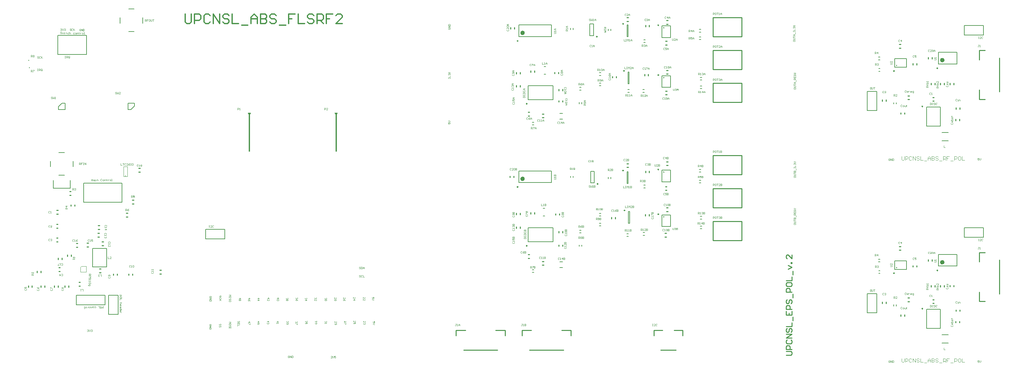
<source format=gto>
%FSLAX25Y25*%
%MOIN*%
G70*
G01*
G75*
G04 Layer_Color=65535*
%ADD10O,0.02362X0.05906*%
G04:AMPARAMS|DCode=11|XSize=23.62mil|YSize=35.43mil|CornerRadius=5.91mil|HoleSize=0mil|Usage=FLASHONLY|Rotation=180.000|XOffset=0mil|YOffset=0mil|HoleType=Round|Shape=RoundedRectangle|*
%AMROUNDEDRECTD11*
21,1,0.02362,0.02362,0,0,180.0*
21,1,0.01181,0.03543,0,0,180.0*
1,1,0.01181,-0.00591,0.01181*
1,1,0.01181,0.00591,0.01181*
1,1,0.01181,0.00591,-0.01181*
1,1,0.01181,-0.00591,-0.01181*
%
%ADD11ROUNDEDRECTD11*%
%ADD12R,0.01654X0.03500*%
%ADD13R,0.03543X0.02756*%
G04:AMPARAMS|DCode=14|XSize=23.62mil|YSize=35.43mil|CornerRadius=5.91mil|HoleSize=0mil|Usage=FLASHONLY|Rotation=270.000|XOffset=0mil|YOffset=0mil|HoleType=Round|Shape=RoundedRectangle|*
%AMROUNDEDRECTD14*
21,1,0.02362,0.02362,0,0,270.0*
21,1,0.01181,0.03543,0,0,270.0*
1,1,0.01181,-0.01181,-0.00591*
1,1,0.01181,-0.01181,0.00591*
1,1,0.01181,0.01181,0.00591*
1,1,0.01181,0.01181,-0.00591*
%
%ADD14ROUNDEDRECTD14*%
%ADD15R,0.05906X0.09449*%
%ADD16R,0.09685X0.09095*%
%ADD17O,0.05512X0.01772*%
%ADD18R,0.02756X0.03543*%
G04:AMPARAMS|DCode=19|XSize=31.5mil|YSize=66.93mil|CornerRadius=7.87mil|HoleSize=0mil|Usage=FLASHONLY|Rotation=90.000|XOffset=0mil|YOffset=0mil|HoleType=Round|Shape=RoundedRectangle|*
%AMROUNDEDRECTD19*
21,1,0.03150,0.05118,0,0,90.0*
21,1,0.01575,0.06693,0,0,90.0*
1,1,0.01575,0.02559,0.00787*
1,1,0.01575,0.02559,-0.00787*
1,1,0.01575,-0.02559,-0.00787*
1,1,0.01575,-0.02559,0.00787*
%
%ADD19ROUNDEDRECTD19*%
G04:AMPARAMS|DCode=20|XSize=82.68mil|YSize=137.8mil|CornerRadius=20.67mil|HoleSize=0mil|Usage=FLASHONLY|Rotation=90.000|XOffset=0mil|YOffset=0mil|HoleType=Round|Shape=RoundedRectangle|*
%AMROUNDEDRECTD20*
21,1,0.08268,0.09646,0,0,90.0*
21,1,0.04134,0.13780,0,0,90.0*
1,1,0.04134,0.04823,0.02067*
1,1,0.04134,0.04823,-0.02067*
1,1,0.04134,-0.04823,-0.02067*
1,1,0.04134,-0.04823,0.02067*
%
%ADD20ROUNDEDRECTD20*%
%ADD21C,0.01181*%
%ADD22C,0.00787*%
%ADD23C,0.01969*%
%ADD24C,0.04331*%
%ADD25C,0.07874*%
%ADD26C,0.05512*%
%ADD27C,0.04724*%
%ADD28C,0.05906*%
%ADD29C,0.01000*%
%ADD30C,0.11798*%
%ADD31O,0.09843X0.02953*%
%ADD32O,0.04803X0.01575*%
%ADD33R,0.08661X0.03150*%
%ADD34O,0.01102X0.02520*%
%ADD35O,0.02520X0.01102*%
%ADD36O,0.00984X0.03189*%
%ADD37O,0.03189X0.00984*%
%ADD38R,0.01969X0.01181*%
%ADD39C,0.03937*%
%ADD40C,0.07087*%
%ADD41C,0.11794*%
%ADD42C,0.01102*%
%ADD43R,0.08071X0.08268*%
%ADD44R,0.07185X0.07677*%
%ADD45R,0.02362X0.05906*%
%ADD46R,0.04331X0.06693*%
%ADD47R,0.04449X0.08740*%
%ADD48R,0.03543X0.03150*%
%ADD49R,0.19488X0.10787*%
%ADD50O,0.01772X0.05512*%
%ADD51R,0.04331X0.02362*%
%ADD52R,0.05118X0.02756*%
%ADD53R,0.03500X0.01654*%
G04:AMPARAMS|DCode=54|XSize=31.5mil|YSize=66.93mil|CornerRadius=7.87mil|HoleSize=0mil|Usage=FLASHONLY|Rotation=0.000|XOffset=0mil|YOffset=0mil|HoleType=Round|Shape=RoundedRectangle|*
%AMROUNDEDRECTD54*
21,1,0.03150,0.05118,0,0,0.0*
21,1,0.01575,0.06693,0,0,0.0*
1,1,0.01575,0.00787,-0.02559*
1,1,0.01575,-0.00787,-0.02559*
1,1,0.01575,-0.00787,0.02559*
1,1,0.01575,0.00787,0.02559*
%
%ADD54ROUNDEDRECTD54*%
G04:AMPARAMS|DCode=55|XSize=82.68mil|YSize=137.8mil|CornerRadius=20.67mil|HoleSize=0mil|Usage=FLASHONLY|Rotation=0.000|XOffset=0mil|YOffset=0mil|HoleType=Round|Shape=RoundedRectangle|*
%AMROUNDEDRECTD55*
21,1,0.08268,0.09646,0,0,0.0*
21,1,0.04134,0.13780,0,0,0.0*
1,1,0.04134,0.02067,-0.04823*
1,1,0.04134,-0.02067,-0.04823*
1,1,0.04134,-0.02067,0.04823*
1,1,0.04134,0.02067,0.04823*
%
%ADD55ROUNDEDRECTD55*%
%ADD56R,0.03150X0.03543*%
%ADD57C,0.02756*%
%ADD58C,0.01575*%
%ADD59C,0.02362*%
%ADD60C,0.03150*%
%ADD61C,0.01772*%
%ADD62C,0.03543*%
%ADD63C,0.39370*%
%ADD64C,0.05906*%
%ADD65R,0.05906X0.05906*%
%ADD66R,0.05906X0.05906*%
%ADD67C,0.11811*%
%ADD68C,0.05000*%
%ADD69C,0.02756*%
%ADD70C,0.06000*%
%ADD71C,0.11024*%
%ADD72C,0.07874*%
%ADD73C,0.02559*%
%ADD74C,0.00984*%
%ADD75C,0.00492*%
%ADD76C,0.00394*%
D21*
X339075Y525489D02*
Y517289D01*
X340715Y515650D01*
X343994D01*
X345634Y517289D01*
Y525489D01*
X348914Y515650D02*
Y525489D01*
X353834D01*
X355474Y523849D01*
Y520569D01*
X353834Y518929D01*
X348914D01*
X365313Y523849D02*
X363673Y525489D01*
X360393D01*
X358753Y523849D01*
Y517289D01*
X360393Y515650D01*
X363673D01*
X365313Y517289D01*
X368593Y515650D02*
Y525489D01*
X375152Y515650D01*
Y525489D01*
X384992Y523849D02*
X383352Y525489D01*
X380072D01*
X378432Y523849D01*
Y522209D01*
X380072Y520569D01*
X383352D01*
X384992Y518929D01*
Y517289D01*
X383352Y515650D01*
X380072D01*
X378432Y517289D01*
X388271Y525489D02*
Y515650D01*
X394831D01*
X398111Y514010D02*
X404670D01*
X407950Y515650D02*
Y522209D01*
X411230Y525489D01*
X414510Y522209D01*
Y515650D01*
Y520569D01*
X407950D01*
X417790Y525489D02*
Y515650D01*
X422709D01*
X424349Y517289D01*
Y518929D01*
X422709Y520569D01*
X417790D01*
X422709D01*
X424349Y522209D01*
Y523849D01*
X422709Y525489D01*
X417790D01*
X434188Y523849D02*
X432549Y525489D01*
X429269D01*
X427629Y523849D01*
Y522209D01*
X429269Y520569D01*
X432549D01*
X434188Y518929D01*
Y517289D01*
X432549Y515650D01*
X429269D01*
X427629Y517289D01*
X437468Y514010D02*
X444028D01*
X453867Y525489D02*
X447307D01*
Y520569D01*
X450587D01*
X447307D01*
Y515650D01*
X457147Y525489D02*
Y515650D01*
X463706D01*
X473546Y523849D02*
X471906Y525489D01*
X468626D01*
X466986Y523849D01*
Y522209D01*
X468626Y520569D01*
X471906D01*
X473546Y518929D01*
Y517289D01*
X471906Y515650D01*
X468626D01*
X466986Y517289D01*
X476826Y515650D02*
Y525489D01*
X481745D01*
X483385Y523849D01*
Y520569D01*
X481745Y518929D01*
X476826D01*
X480105D02*
X483385Y515650D01*
X493224Y525489D02*
X486665D01*
Y520569D01*
X489945D01*
X486665D01*
Y515650D01*
X503064D02*
X496504D01*
X503064Y522209D01*
Y523849D01*
X501424Y525489D01*
X498144D01*
X496504Y523849D01*
D22*
X1082219Y260097D02*
G03*
X1082219Y260097I-394J0D01*
G01*
X1144882Y261811D02*
Y274016D01*
X1125591Y261811D02*
Y274016D01*
X1144882D01*
X1125591Y261811D02*
X1144882D01*
X1092028Y258169D02*
Y267224D01*
X1079823Y258169D02*
Y267224D01*
X1092028D01*
X1079823Y258169D02*
X1092028D01*
X1081594Y219882D02*
Y221457D01*
X1078839Y219882D02*
Y221457D01*
X1129035Y181201D02*
X1135728D01*
X1129035Y189862D02*
X1135728D01*
X1113091Y196555D02*
X1127658D01*
X1113091Y216634D02*
X1127658D01*
Y196555D02*
Y216634D01*
X1113091Y196555D02*
Y216634D01*
X1062894Y266142D02*
X1064468D01*
X1062894Y268898D02*
X1064468D01*
X1063091Y256890D02*
X1064665D01*
X1063091Y254134D02*
X1064665D01*
X1152579Y302047D02*
X1172579D01*
X1152579Y292047D02*
Y302047D01*
Y292047D02*
X1172579D01*
Y302047D01*
X1061299Y213051D02*
Y233051D01*
X1051299D02*
X1061299D01*
X1051299Y213051D02*
Y233051D01*
Y213051D02*
X1061299D01*
X495502Y421988D02*
G03*
X498002Y421988I1250J0D01*
G01*
X404951D02*
G03*
X407451Y421988I1250J0D01*
G01*
X360492Y290374D02*
Y300374D01*
X380492D01*
Y290374D02*
Y300374D01*
X360492Y290374D02*
X380492D01*
X495502Y421988D02*
X497087D01*
X496417D02*
X498002D01*
X496417Y381988D02*
Y421988D01*
Y381988D02*
X497087D01*
Y421988D01*
X404951D02*
X406535D01*
X405866D02*
X407451D01*
X405866Y381988D02*
Y421988D01*
Y381988D02*
X406535D01*
Y421988D01*
X207323Y356890D02*
X213150D01*
X207323Y380512D02*
X213150D01*
X198425Y365788D02*
Y371614D01*
X222047Y365788D02*
Y371614D01*
X201378Y343110D02*
X219095D01*
X201378D02*
Y351614D01*
X219095Y343110D02*
Y351614D01*
X280059Y530807D02*
X285886D01*
X280059Y507185D02*
X285886D01*
X294784Y516083D02*
Y521909D01*
X271162Y516083D02*
Y521909D01*
X233283Y328747D02*
Y348747D01*
X273283Y328747D02*
Y348747D01*
X233283Y328747D02*
X273283D01*
X233283Y348747D02*
X273283D01*
X242646Y260934D02*
X247244D01*
X242646D02*
Y280434D01*
X257146D01*
Y260934D02*
Y280434D01*
X247244Y260934D02*
X257146D01*
X225446Y221434D02*
Y231434D01*
X255446D01*
Y221434D02*
Y231434D01*
X225446Y221434D02*
X255446D01*
X206851Y428661D02*
X210551Y432362D01*
X213701D01*
Y425512D02*
Y432362D01*
X206851Y425512D02*
X213701D01*
X206851D02*
Y428661D01*
X282559Y425512D02*
X286260Y429213D01*
X279409Y425512D02*
X282559D01*
X279409D02*
Y432362D01*
X286260D01*
Y429213D02*
Y432362D01*
X216857Y483189D02*
X236024D01*
X206024D02*
X236024D01*
X206024Y503189D02*
X236024D01*
X206024Y483189D02*
Y503189D01*
X236024Y483189D02*
Y503189D01*
X269173Y211378D02*
Y231378D01*
X259173D02*
X269173D01*
X259173Y211378D02*
Y231378D01*
Y211378D02*
X269173D01*
X176575Y469390D02*
Y469783D01*
X175689Y477067D02*
Y477461D01*
X839132Y313352D02*
G03*
X839132Y313352I-394J0D01*
G01*
Y511187D02*
G03*
X839132Y511187I-394J0D01*
G01*
Y459021D02*
G03*
X839132Y459021I-394J0D01*
G01*
Y360202D02*
G03*
X839132Y360202I-394J0D01*
G01*
X721654Y349213D02*
Y361417D01*
X687402Y349213D02*
Y361417D01*
X721654D01*
X687402Y349213D02*
X721654D01*
X730118Y266142D02*
X733268D01*
X730118Y260236D02*
X733268D01*
X701575Y255118D02*
X703150D01*
X701575Y257874D02*
X703150D01*
X712795Y314331D02*
X714370D01*
X712795Y322284D02*
X714370D01*
X723228Y287402D02*
Y301969D01*
X697244Y287402D02*
Y301969D01*
X723228D01*
X697244Y287402D02*
X723228D01*
X762402Y348819D02*
X766339D01*
X762402Y361024D02*
X766339D01*
Y348819D02*
Y361024D01*
X762402Y348819D02*
Y361024D01*
X801575Y348425D02*
Y360630D01*
X800394Y348425D02*
Y360630D01*
Y348425D02*
X801575D01*
X800394Y360630D02*
X801575D01*
X750984Y299213D02*
X752559D01*
X750984Y296457D02*
X752559D01*
X803150Y306693D02*
Y318898D01*
X801968Y306693D02*
Y318898D01*
Y306693D02*
X803150D01*
X801968Y318898D02*
X803150D01*
X800197Y295669D02*
X801772D01*
X800197Y292913D02*
X801772D01*
X817126Y294094D02*
X818701D01*
X817126Y296850D02*
X818701D01*
X836811Y303150D02*
Y315354D01*
X845866Y303150D02*
Y315354D01*
X836811D02*
X845866D01*
X836811Y303150D02*
X845866D01*
X875984Y360236D02*
X877559D01*
X875984Y362992D02*
X877559D01*
X875984Y351575D02*
X877559D01*
X875984Y348819D02*
X877559D01*
X876968Y311024D02*
X878543D01*
X876968Y313779D02*
X878543D01*
X876968Y303543D02*
X878543D01*
X876968Y300787D02*
X878543D01*
X802559Y452756D02*
Y464961D01*
X801378Y452756D02*
Y464961D01*
Y452756D02*
X802559D01*
X801378Y464961D02*
X802559D01*
X771654Y464173D02*
X773228D01*
X771654Y461417D02*
X773228D01*
X771654Y453346D02*
X773228D01*
X771654Y450591D02*
X773228D01*
X713976Y462756D02*
X715551D01*
X713976Y470709D02*
X715551D01*
X721654Y501968D02*
Y514173D01*
X687402Y501968D02*
Y514173D01*
X721654D01*
X687402Y501968D02*
X721654D01*
X836811Y500984D02*
X845866D01*
X836811Y513189D02*
X845866D01*
Y500984D02*
Y513189D01*
X836811Y500984D02*
Y513189D01*
X761614Y502953D02*
Y515158D01*
X765551Y502953D02*
Y515158D01*
X761614D02*
X765551D01*
X761614Y502953D02*
X765551D01*
X741536Y509252D02*
Y510827D01*
X744291Y509252D02*
Y510827D01*
X801575Y501968D02*
Y514173D01*
X800394Y501968D02*
Y514173D01*
Y501968D02*
X801575D01*
X800394Y514173D02*
X801575D01*
X723228Y436024D02*
Y450591D01*
X697244Y436024D02*
Y450591D01*
X723228D01*
X697244Y436024D02*
X723228D01*
X730118Y421654D02*
X733268D01*
X730118Y415748D02*
X733268D01*
X783661Y508268D02*
Y509842D01*
X780905Y508268D02*
Y509842D01*
X875984Y501575D02*
X877559D01*
X875984Y498819D02*
X877559D01*
X801181Y446457D02*
X802756D01*
X801181Y443701D02*
X802756D01*
X817913Y495866D02*
X819488D01*
X817913Y498622D02*
X819488D01*
X816929Y443701D02*
X818504D01*
X816929Y446457D02*
X818504D01*
X876968Y450394D02*
X878543D01*
X876968Y447638D02*
X878543D01*
X876968Y456496D02*
X878543D01*
X876968Y459252D02*
X878543D01*
X875984Y509449D02*
X877559D01*
X875984Y506693D02*
X877559D01*
X836811Y448819D02*
X845866D01*
X836811Y461024D02*
X845866D01*
Y448819D02*
Y461024D01*
X836811Y448819D02*
Y461024D01*
X701575Y409449D02*
X703150D01*
X701575Y412205D02*
X703150D01*
X753150Y282480D02*
Y284055D01*
X750394Y282480D02*
Y284055D01*
X771654Y316929D02*
X773228D01*
X771654Y314173D02*
X773228D01*
X771654Y306693D02*
X773228D01*
X771654Y303937D02*
X773228D01*
X836811Y350000D02*
Y362205D01*
X845866Y350000D02*
Y362205D01*
X836811D02*
X845866D01*
X836811Y350000D02*
X845866D01*
X783661Y353346D02*
Y354921D01*
X780905Y353346D02*
Y354921D01*
X741536Y354528D02*
Y356102D01*
X744291Y354528D02*
Y356102D01*
X817913Y343701D02*
X819488D01*
X817913Y346457D02*
X819488D01*
X750984Y448819D02*
X752559D01*
X750984Y446063D02*
X752559D01*
X753150Y431693D02*
Y433268D01*
X750394Y431693D02*
Y433268D01*
X1082219Y471711D02*
G03*
X1082219Y471711I-394J0D01*
G01*
X1144882Y473425D02*
Y485630D01*
X1125591Y473425D02*
Y485630D01*
X1144882D01*
X1125591Y473425D02*
X1144882D01*
X1092028Y469783D02*
Y478839D01*
X1079823Y469783D02*
Y478839D01*
X1092028D01*
X1079823Y469783D02*
X1092028D01*
X1081594Y431496D02*
Y433071D01*
X1078839Y431496D02*
Y433071D01*
X1129035Y392815D02*
X1135728D01*
X1129035Y401476D02*
X1135728D01*
X1113091Y408169D02*
X1127658D01*
X1113091Y428248D02*
X1127658D01*
Y408169D02*
Y428248D01*
X1113091Y408169D02*
Y428248D01*
X1062894Y477756D02*
X1064468D01*
X1062894Y480512D02*
X1064468D01*
X1063091Y468504D02*
X1064665D01*
X1063091Y465748D02*
X1064665D01*
X1152579Y513661D02*
X1172579D01*
X1152579Y503661D02*
Y513661D01*
Y503661D02*
X1172579D01*
Y513661D01*
X1061299Y424665D02*
Y444665D01*
X1051299D02*
X1061299D01*
X1051299Y424665D02*
Y444665D01*
Y424665D02*
X1061299D01*
D29*
X1084646Y282382D02*
X1086220D01*
X1084646Y278445D02*
X1086220D01*
X1066929Y222638D02*
Y224213D01*
X1070866Y222638D02*
Y224213D01*
X1147736Y214469D02*
Y216043D01*
X1143799Y214469D02*
Y216043D01*
X1147539Y202461D02*
Y204035D01*
X1143602Y202461D02*
Y204035D01*
X1141437Y240158D02*
Y241732D01*
X1137500Y240158D02*
Y241732D01*
X1131496Y239961D02*
Y241535D01*
X1127559Y239961D02*
Y241535D01*
X1117815Y239961D02*
Y241535D01*
X1121752Y239961D02*
Y241535D01*
X1118701Y266929D02*
Y268504D01*
X1114764Y266929D02*
Y268504D01*
X1102854Y260827D02*
Y262402D01*
X1098917Y260827D02*
Y262402D01*
X1119390Y226772D02*
X1120965D01*
X1119390Y222835D02*
X1120965D01*
X1189075Y232677D02*
Y268110D01*
X1168209Y275984D02*
X1174114D01*
X1168209Y266142D02*
Y275984D01*
Y224803D02*
Y234646D01*
Y224803D02*
X1174114D01*
X1093602Y228445D02*
X1095177D01*
X1093602Y224508D02*
X1095177D01*
X1086122Y209252D02*
Y210827D01*
X1090059Y209252D02*
Y210827D01*
X290453Y360433D02*
X292027D01*
X290453Y364370D02*
X292027D01*
X277461Y313189D02*
X279035D01*
X277461Y317126D02*
X279035D01*
X204958Y320202D02*
X206533D01*
X204958Y316265D02*
X206533D01*
X204702Y305515D02*
X206277D01*
X204702Y301578D02*
X206277D01*
X204703Y291342D02*
X206277D01*
X204703Y287405D02*
X206277D01*
X207087Y256201D02*
X208661D01*
X207087Y260138D02*
X208661D01*
X175377Y239546D02*
Y241121D01*
X179314Y239546D02*
Y241121D01*
X188477Y239647D02*
Y241221D01*
X192414Y239647D02*
Y241221D01*
X202577Y239647D02*
Y241221D01*
X206514Y239647D02*
Y241221D01*
X213477Y239646D02*
Y241221D01*
X217414Y239646D02*
Y241221D01*
X264195Y252184D02*
Y253759D01*
X268132Y252184D02*
Y253759D01*
X280177Y252146D02*
Y253721D01*
X284114Y252146D02*
Y253721D01*
X312547Y253758D02*
X314122D01*
X312547Y257695D02*
X314122D01*
X252318Y283284D02*
X253893D01*
X252318Y287221D02*
X253893D01*
X248130Y300295D02*
X249705D01*
X248130Y304232D02*
X249705D01*
X247933Y296161D02*
X249508D01*
X247933Y292224D02*
X249508D01*
X236614Y285827D02*
X238189D01*
X236614Y281890D02*
X238189D01*
X225358Y281765D02*
X226933D01*
X225358Y285702D02*
X226933D01*
X220114Y271947D02*
Y273521D01*
X216177Y271947D02*
Y273521D01*
X228058Y240965D02*
X229633D01*
X228058Y244902D02*
X229633D01*
X249628Y258877D02*
X251203D01*
X249628Y254940D02*
X251203D01*
X206577Y268746D02*
Y270321D01*
X210514Y268746D02*
Y270321D01*
X188386Y254921D02*
Y256496D01*
X184449Y254921D02*
Y256496D01*
X218358Y335865D02*
X219933D01*
X218358Y339802D02*
X219933D01*
X223714Y324447D02*
Y326021D01*
X219777Y324447D02*
Y326021D01*
X283858Y330906D02*
X285433D01*
X283858Y326969D02*
X285433D01*
X697047Y273819D02*
X698622D01*
X697047Y269882D02*
X698622D01*
X729134Y282480D02*
Y284055D01*
X733071Y282480D02*
Y284055D01*
Y296654D02*
Y298228D01*
X729134Y296654D02*
Y298228D01*
X729724Y315158D02*
Y316732D01*
X725787Y315158D02*
Y316732D01*
X703740Y316339D02*
Y317913D01*
X699803Y316339D02*
Y317913D01*
X684842Y315551D02*
Y317126D01*
X688779Y315551D02*
Y317126D01*
X684842Y301378D02*
Y302953D01*
X688779Y301378D02*
Y302953D01*
X840354Y345079D02*
X841929D01*
X840354Y341142D02*
X841929D01*
X819488Y314370D02*
Y315945D01*
X823425Y314370D02*
Y315945D01*
X839961Y296260D02*
X841535D01*
X839961Y292323D02*
X841535D01*
Y323031D02*
X843110D01*
X841535Y319094D02*
X843110D01*
X819685Y512205D02*
Y513779D01*
X823622Y512205D02*
Y513779D01*
X728937Y463189D02*
Y464764D01*
X725000Y463189D02*
Y464764D01*
X703740D02*
Y466339D01*
X699803Y464764D02*
Y466339D01*
X684842Y462992D02*
Y464567D01*
X688779Y462992D02*
Y464567D01*
X684842Y449213D02*
Y450787D01*
X688779Y449213D02*
Y450787D01*
X890315Y502008D02*
X920315D01*
X890315D02*
Y522008D01*
X920315D01*
Y502008D02*
Y522008D01*
X629724Y173819D02*
X665158D01*
X673032Y188779D02*
Y194685D01*
X663189D02*
X673032D01*
X621850D02*
X631693D01*
X621850Y188779D02*
Y194685D01*
X800197Y521850D02*
X801772D01*
X800197Y517913D02*
X801772D01*
X697047Y423032D02*
X698622D01*
X697047Y419095D02*
X698622D01*
X712008Y417126D02*
X713583D01*
X712008Y421063D02*
X713583D01*
X729134Y433465D02*
Y435039D01*
X733071Y433465D02*
Y435039D01*
Y445276D02*
Y446850D01*
X729134Y445276D02*
Y446850D01*
X789173Y458858D02*
Y460433D01*
X785236Y458858D02*
Y460433D01*
X818701Y461024D02*
Y462598D01*
X822638Y461024D02*
Y462598D01*
X840551Y445079D02*
X842126D01*
X840551Y441142D02*
X842126D01*
X841535Y466732D02*
X843110D01*
X841535Y462795D02*
X843110D01*
X841535Y518898D02*
X843110D01*
X841535Y514961D02*
X843110D01*
X840551Y497244D02*
X842126D01*
X840551Y493307D02*
X842126D01*
X712008Y262795D02*
X713583D01*
X712008Y266732D02*
X713583D01*
X788189Y311221D02*
Y312795D01*
X784252Y311221D02*
Y312795D01*
X841535Y371063D02*
X843110D01*
X841535Y367126D02*
X843110D01*
X819685Y359646D02*
Y361221D01*
X823622Y359646D02*
Y361221D01*
X800197Y369094D02*
X801772D01*
X800197Y365158D02*
X801772D01*
X828543Y188779D02*
Y194685D01*
X837599D01*
X849409D02*
X858465D01*
Y188779D02*
Y194685D01*
X835630Y173819D02*
X851378D01*
X698622D02*
X734055D01*
X741929Y188779D02*
Y194685D01*
X732087D02*
X741929D01*
X690748D02*
X700591D01*
X690748Y188779D02*
Y194685D01*
X890315Y467559D02*
X920315D01*
X890315D02*
Y487559D01*
X920315D01*
Y467559D02*
Y487559D01*
X890315Y433110D02*
X920315D01*
X890315D02*
Y453110D01*
X920315D01*
Y433110D02*
Y453110D01*
X890315Y323071D02*
X920315D01*
X890315D02*
Y343071D01*
X920315D01*
Y323071D02*
Y343071D01*
X890315Y288622D02*
X920315D01*
X890315D02*
Y308622D01*
X920315D01*
Y288622D02*
Y308622D01*
X890315Y357520D02*
X920315D01*
X890315D02*
Y377520D01*
X920315D01*
Y357520D02*
Y377520D01*
X678150Y354528D02*
Y356102D01*
X682087Y354528D02*
Y356102D01*
X678937Y510039D02*
Y511614D01*
X682874Y510039D02*
Y511614D01*
X966640Y168701D02*
X971638D01*
X972638Y169701D01*
Y171700D01*
X971638Y172699D01*
X966640D01*
X972638Y174699D02*
X966640D01*
Y177698D01*
X967639Y178698D01*
X969639D01*
X970638Y177698D01*
Y174699D01*
X967639Y184696D02*
X966640Y183696D01*
Y181697D01*
X967639Y180697D01*
X971638D01*
X972638Y181697D01*
Y183696D01*
X971638Y184696D01*
X972638Y186695D02*
X966640D01*
X972638Y190694D01*
X966640D01*
X967639Y196692D02*
X966640Y195692D01*
Y193693D01*
X967639Y192693D01*
X968639D01*
X969639Y193693D01*
Y195692D01*
X970638Y196692D01*
X971638D01*
X972638Y195692D01*
Y193693D01*
X971638Y192693D01*
X966640Y198691D02*
X972638D01*
Y202690D01*
X973637Y204689D02*
Y208688D01*
X966640Y214686D02*
Y210687D01*
X972638D01*
Y214686D01*
X969639Y210687D02*
Y212687D01*
X972638Y216685D02*
X966640D01*
Y219684D01*
X967639Y220684D01*
X969639D01*
X970638Y219684D01*
Y216685D01*
X967639Y226682D02*
X966640Y225682D01*
Y223683D01*
X967639Y222683D01*
X968639D01*
X969639Y223683D01*
Y225682D01*
X970638Y226682D01*
X971638D01*
X972638Y225682D01*
Y223683D01*
X971638Y222683D01*
X973637Y228681D02*
Y232680D01*
X972638Y234679D02*
X966640D01*
Y237679D01*
X967639Y238678D01*
X969639D01*
X970638Y237679D01*
Y234679D01*
X966640Y243676D02*
Y241677D01*
X967639Y240677D01*
X971638D01*
X972638Y241677D01*
Y243676D01*
X971638Y244676D01*
X967639D01*
X966640Y243676D01*
Y246676D02*
X972638D01*
Y250674D01*
X973637Y252674D02*
Y256672D01*
X968639Y258672D02*
X972638Y260671D01*
X968639Y262670D01*
X972638Y264670D02*
X971638D01*
Y265669D01*
X972638D01*
Y264670D01*
Y273667D02*
Y269668D01*
X968639Y273667D01*
X967639D01*
X966640Y272667D01*
Y270668D01*
X967639Y269668D01*
X1084646Y493996D02*
X1086220D01*
X1084646Y490059D02*
X1086220D01*
X1066929Y434252D02*
Y435827D01*
X1070866Y434252D02*
Y435827D01*
X1147736Y426083D02*
Y427658D01*
X1143799Y426083D02*
Y427658D01*
X1147539Y414075D02*
Y415650D01*
X1143602Y414075D02*
Y415650D01*
X1141437Y451772D02*
Y453346D01*
X1137500Y451772D02*
Y453346D01*
X1131496Y451575D02*
Y453150D01*
X1127559Y451575D02*
Y453150D01*
X1117815Y451575D02*
Y453150D01*
X1121752Y451575D02*
Y453150D01*
X1118701Y478543D02*
Y480118D01*
X1114764Y478543D02*
Y480118D01*
X1102854Y472441D02*
Y474016D01*
X1098917Y472441D02*
Y474016D01*
X1119390Y438386D02*
X1120965D01*
X1119390Y434449D02*
X1120965D01*
X1189075Y444291D02*
Y479724D01*
X1168209Y487598D02*
X1174114D01*
X1168209Y477756D02*
Y487598D01*
Y436417D02*
Y446260D01*
Y436417D02*
X1174114D01*
X1093602Y440059D02*
X1095177D01*
X1093602Y436122D02*
X1095177D01*
X1086122Y420866D02*
Y422441D01*
X1090059Y420866D02*
Y422441D01*
D59*
X1130709Y265748D02*
G03*
X1130709Y265748I-1181J0D01*
G01*
X692520Y353150D02*
G03*
X692520Y353150I-1181J0D01*
G01*
Y505905D02*
G03*
X692520Y505905I-1181J0D01*
G01*
X1130709Y477362D02*
G03*
X1130709Y477362I-1181J0D01*
G01*
D74*
X1124882Y257283D02*
G03*
X1124882Y257283I-492J0D01*
G01*
X1079587Y254408D02*
G03*
X1079587Y254408I-492J0D01*
G01*
X1109252Y217323D02*
G03*
X1109252Y217323I-492J0D01*
G01*
X686673Y344685D02*
G03*
X686673Y344685I-492J0D01*
G01*
X696161Y283071D02*
G03*
X696161Y283071I-492J0D01*
G01*
X770177Y347835D02*
G03*
X770177Y347835I-492J0D01*
G01*
X796752Y361811D02*
G03*
X796752Y361811I-492J0D01*
G01*
X798327Y320079D02*
G03*
X798327Y320079I-492J0D01*
G01*
X833541Y316083D02*
G03*
X833541Y316083I-492J0D01*
G01*
X797736Y466142D02*
G03*
X797736Y466142I-492J0D01*
G01*
X686673Y497441D02*
G03*
X686673Y497441I-492J0D01*
G01*
X833541Y513917D02*
G03*
X833541Y513917I-492J0D01*
G01*
X769390Y501968D02*
G03*
X769390Y501968I-492J0D01*
G01*
X796752Y515354D02*
G03*
X796752Y515354I-492J0D01*
G01*
X696161Y431693D02*
G03*
X696161Y431693I-492J0D01*
G01*
X833541Y461752D02*
G03*
X833541Y461752I-492J0D01*
G01*
Y362933D02*
G03*
X833541Y362933I-492J0D01*
G01*
X1124882Y468898D02*
G03*
X1124882Y468898I-492J0D01*
G01*
X1079587Y466022D02*
G03*
X1079587Y466022I-492J0D01*
G01*
X1109252Y428937D02*
G03*
X1109252Y428937I-492J0D01*
G01*
D75*
X1116929Y220866D02*
Y218898D01*
X1117913D01*
X1118241Y219226D01*
Y220537D01*
X1117913Y220866D01*
X1116929D01*
X1120209Y220537D02*
X1119881Y220866D01*
X1119225D01*
X1118897Y220537D01*
Y219226D01*
X1119225Y218898D01*
X1119881D01*
X1120209Y219226D01*
X1120865Y220866D02*
Y218898D01*
X1121849D01*
X1122177Y219226D01*
Y220537D01*
X1121849Y220866D01*
X1120865D01*
X1124145Y220537D02*
X1123817Y220866D01*
X1123161D01*
X1122833Y220537D01*
Y219226D01*
X1123161Y218898D01*
X1123817D01*
X1124145Y219226D01*
X1075099Y261417D02*
X1076739D01*
X1077067Y261745D01*
Y262401D01*
X1076739Y262729D01*
X1075099D01*
X1077067Y264697D02*
Y263385D01*
X1075755Y264697D01*
X1075427D01*
X1075099Y264369D01*
Y263713D01*
X1075427Y263385D01*
X1121261Y265945D02*
X1122900D01*
X1123228Y266273D01*
Y266929D01*
X1122900Y267257D01*
X1121261D01*
X1123228Y267913D02*
Y268569D01*
Y268241D01*
X1121261D01*
X1121589Y267913D01*
X1059220Y272362D02*
Y274330D01*
X1060204D01*
X1060532Y274002D01*
Y273346D01*
X1060204Y273018D01*
X1059220D01*
X1059876D02*
X1060532Y272362D01*
X1062171D02*
Y274330D01*
X1061188Y273346D01*
X1062500D01*
X1059469Y260408D02*
Y262376D01*
X1060453D01*
X1060781Y262048D01*
Y261392D01*
X1060453Y261064D01*
X1059469D01*
X1060125D02*
X1060781Y260408D01*
X1061437Y262048D02*
X1061765Y262376D01*
X1062421D01*
X1062749Y262048D01*
Y261720D01*
X1062421Y261392D01*
X1062093D01*
X1062421D01*
X1062749Y261064D01*
Y260736D01*
X1062421Y260408D01*
X1061765D01*
X1061437Y260736D01*
X1078740Y228051D02*
Y230019D01*
X1079724D01*
X1080052Y229691D01*
Y229035D01*
X1079724Y228707D01*
X1078740D01*
X1079396D02*
X1080052Y228051D01*
X1082020D02*
X1080708D01*
X1082020Y229363D01*
Y229691D01*
X1081692Y230019D01*
X1081036D01*
X1080708Y229691D01*
X1116073Y276428D02*
X1115745Y276756D01*
X1115089D01*
X1114761Y276428D01*
Y275116D01*
X1115089Y274788D01*
X1115745D01*
X1116073Y275116D01*
X1118041Y274788D02*
X1116729D01*
X1118041Y276100D01*
Y276428D01*
X1117713Y276756D01*
X1117057D01*
X1116729Y276428D01*
X1118696D02*
X1119024Y276756D01*
X1119680D01*
X1120008Y276428D01*
Y275116D01*
X1119680Y274788D01*
X1119024D01*
X1118696Y275116D01*
Y276428D01*
X1120664Y274788D02*
Y276100D01*
X1121320Y276756D01*
X1121976Y276100D01*
Y274788D01*
Y275772D01*
X1120664D01*
X1100186Y270282D02*
X1099858Y270610D01*
X1099202D01*
X1098874Y270282D01*
Y268970D01*
X1099202Y268642D01*
X1099858D01*
X1100186Y268970D01*
X1102154Y270610D02*
X1100842D01*
Y269626D01*
X1101498Y269954D01*
X1101826D01*
X1102154Y269626D01*
Y268970D01*
X1101826Y268642D01*
X1101170D01*
X1100842Y268970D01*
X1085170Y286778D02*
X1084842Y287106D01*
X1084186D01*
X1083858Y286778D01*
Y285466D01*
X1084186Y285138D01*
X1084842D01*
X1085170Y285466D01*
X1086810Y285138D02*
Y287106D01*
X1085826Y286122D01*
X1087138D01*
X1068438Y233136D02*
X1068110Y233464D01*
X1067454D01*
X1067126Y233136D01*
Y231824D01*
X1067454Y231496D01*
X1068110D01*
X1068438Y231824D01*
X1069094Y233136D02*
X1069422Y233464D01*
X1070078D01*
X1070406Y233136D01*
Y232808D01*
X1070078Y232480D01*
X1069750D01*
X1070078D01*
X1070406Y232152D01*
Y231824D01*
X1070078Y231496D01*
X1069422D01*
X1069094Y231824D01*
X1117406Y231434D02*
X1117078Y231762D01*
X1116422D01*
X1116094Y231434D01*
Y230122D01*
X1116422Y229794D01*
X1117078D01*
X1117406Y230122D01*
X1118062Y229794D02*
X1118717D01*
X1118390D01*
Y231762D01*
X1118062Y231434D01*
X1167946Y162893D02*
X1166634D01*
Y161909D01*
X1167290Y162237D01*
X1167618D01*
X1167946Y161909D01*
Y161253D01*
X1167618Y160925D01*
X1166962D01*
X1166634Y161253D01*
X1168602Y162893D02*
Y161581D01*
X1169258Y160925D01*
X1169914Y161581D01*
Y162893D01*
X1074835Y162467D02*
X1074508Y162795D01*
X1073852D01*
X1073524Y162467D01*
Y161155D01*
X1073852Y160827D01*
X1074508D01*
X1074835Y161155D01*
Y161811D01*
X1074180D01*
X1075492Y160827D02*
Y162795D01*
X1076803Y160827D01*
Y162795D01*
X1077459D02*
Y160827D01*
X1078443D01*
X1078771Y161155D01*
Y162467D01*
X1078443Y162795D01*
X1077459D01*
X1167027Y290354D02*
X1167684D01*
X1167356D01*
Y288386D01*
X1167027D01*
X1167684D01*
X1169979D02*
X1168667D01*
X1169979Y289698D01*
Y290026D01*
X1169651Y290354D01*
X1168995D01*
X1168667Y290026D01*
X1171947D02*
X1171619Y290354D01*
X1170963D01*
X1170635Y290026D01*
Y288714D01*
X1170963Y288386D01*
X1171619D01*
X1171947Y288714D01*
X1167819Y281727D02*
X1167163D01*
X1167491D01*
Y280087D01*
X1167163Y279759D01*
X1166835D01*
X1166507Y280087D01*
X1168475Y279759D02*
X1169131D01*
X1168803D01*
Y281727D01*
X1168475Y281399D01*
X1055019Y237204D02*
X1054363D01*
X1054035Y236876D01*
Y235564D01*
X1054363Y235236D01*
X1055019D01*
X1055347Y235564D01*
Y236876D01*
X1055019Y237204D01*
X1056003D02*
Y235564D01*
X1056331Y235236D01*
X1056987D01*
X1057315Y235564D01*
Y237204D01*
X1057971D02*
X1059283D01*
X1058627D01*
Y235236D01*
X1091686Y233691D02*
X1091358Y234019D01*
X1090702D01*
X1090374Y233691D01*
Y232379D01*
X1090702Y232051D01*
X1091358D01*
X1091686Y232379D01*
X1092342Y233363D02*
X1092998Y232051D01*
X1093654Y233363D01*
X1094310D02*
Y232051D01*
Y232707D01*
X1094638Y233035D01*
X1094966Y233363D01*
X1095294D01*
X1097262Y232051D02*
X1096606D01*
X1096278Y232379D01*
Y233035D01*
X1096606Y233363D01*
X1097262D01*
X1097589Y233035D01*
Y232707D01*
X1096278D01*
X1098901Y231395D02*
X1099229D01*
X1099557Y231723D01*
Y233363D01*
X1098573D01*
X1098246Y233035D01*
Y232379D01*
X1098573Y232051D01*
X1099557D01*
X1144717Y224573D02*
X1144389Y224901D01*
X1143734D01*
X1143406Y224573D01*
Y223261D01*
X1143734Y222933D01*
X1144389D01*
X1144717Y223261D01*
X1145373Y222933D02*
X1146029D01*
X1145701D01*
Y224245D01*
X1145373D01*
X1147013Y222933D02*
Y224245D01*
X1147997D01*
X1148325Y223917D01*
Y222933D01*
X1087420Y218679D02*
X1087092Y219007D01*
X1086436D01*
X1086108Y218679D01*
Y217368D01*
X1086436Y217040D01*
X1087092D01*
X1087420Y217368D01*
X1088404Y217040D02*
X1089060D01*
X1089388Y217368D01*
Y218023D01*
X1089060Y218352D01*
X1088404D01*
X1088076Y218023D01*
Y217368D01*
X1088404Y217040D01*
X1090044Y218352D02*
Y217368D01*
X1090372Y217040D01*
X1091356D01*
Y218352D01*
X1092340Y218679D02*
Y218352D01*
X1092012D01*
X1092668D01*
X1092340D01*
Y217368D01*
X1092668Y217040D01*
X1133892Y239403D02*
X1133564Y239074D01*
Y238419D01*
X1133892Y238090D01*
X1135203D01*
X1135532Y238419D01*
Y239074D01*
X1135203Y239403D01*
X1135532Y240058D02*
Y241042D01*
X1135203Y241370D01*
X1134875Y241042D01*
Y240386D01*
X1134548Y240058D01*
X1134220Y240386D01*
Y241370D01*
X1135532Y242026D02*
Y243010D01*
X1135203Y243338D01*
X1134875Y243010D01*
Y242354D01*
X1134548Y242026D01*
X1134220Y242354D01*
Y243338D01*
X1138911Y200032D02*
X1138583Y199704D01*
Y199048D01*
X1138911Y198721D01*
X1140223D01*
X1140551Y199048D01*
Y199704D01*
X1140223Y200032D01*
X1139239Y200688D02*
X1140551Y201344D01*
X1139239Y202000D01*
X1138583Y202656D02*
X1140551D01*
Y203640D01*
X1140223Y203968D01*
X1139895D01*
X1139567D01*
X1139239Y203640D01*
Y202656D01*
X1140551Y204624D02*
Y205608D01*
X1140223Y205936D01*
X1139895Y205608D01*
Y204952D01*
X1139567Y204624D01*
X1139239Y204952D01*
Y205936D01*
X1138911Y206920D02*
X1139239D01*
Y206592D01*
Y207248D01*
Y206920D01*
X1140223D01*
X1140551Y207248D01*
X1131102Y176377D02*
Y174409D01*
X1132414D01*
X1114961Y237402D02*
X1112993D01*
Y238386D01*
X1113321Y238714D01*
X1113977D01*
X1114305Y238386D01*
Y237402D01*
Y238057D02*
X1114961Y238714D01*
Y239697D02*
X1113321D01*
X1113977D01*
Y239369D01*
Y240025D01*
Y239697D01*
X1113321D01*
X1112993Y240025D01*
Y241009D02*
X1114961D01*
Y241993D01*
X1114633Y242321D01*
X1114305D01*
X1113977D01*
X1113649Y241993D01*
Y241009D01*
X1114961Y242977D02*
Y243633D01*
Y243305D01*
X1112993D01*
X1113321Y242977D01*
X1125492Y236811D02*
X1123524D01*
Y237795D01*
X1123852Y238123D01*
X1124508D01*
X1124836Y237795D01*
Y236811D01*
Y237467D02*
X1125492Y238123D01*
Y239107D02*
X1123852D01*
X1124508D01*
Y238779D01*
Y239435D01*
Y239107D01*
X1123852D01*
X1123524Y239435D01*
Y240419D02*
X1125492D01*
Y241403D01*
X1125164Y241731D01*
X1124836D01*
X1124508D01*
X1124180Y241403D01*
Y240419D01*
X1125492Y243699D02*
Y242387D01*
X1124180Y243699D01*
X1123852D01*
X1123524Y243371D01*
Y242715D01*
X1123852Y242387D01*
X1087106Y165058D02*
Y161778D01*
X1087762Y161122D01*
X1089074D01*
X1089730Y161778D01*
Y165058D01*
X1091042Y161122D02*
Y165058D01*
X1093010D01*
X1093666Y164402D01*
Y163090D01*
X1093010Y162434D01*
X1091042D01*
X1097602Y164402D02*
X1096946Y165058D01*
X1095634D01*
X1094978Y164402D01*
Y161778D01*
X1095634Y161122D01*
X1096946D01*
X1097602Y161778D01*
X1098913Y161122D02*
Y165058D01*
X1101537Y161122D01*
Y165058D01*
X1105473Y164402D02*
X1104817Y165058D01*
X1103505D01*
X1102849Y164402D01*
Y163746D01*
X1103505Y163090D01*
X1104817D01*
X1105473Y162434D01*
Y161778D01*
X1104817Y161122D01*
X1103505D01*
X1102849Y161778D01*
X1106785Y165058D02*
Y161122D01*
X1109409D01*
X1110721Y160466D02*
X1113344D01*
X1114657Y161122D02*
Y163746D01*
X1115968Y165058D01*
X1117280Y163746D01*
Y161122D01*
Y163090D01*
X1114657D01*
X1118592Y165058D02*
Y161122D01*
X1120560D01*
X1121216Y161778D01*
Y162434D01*
X1120560Y163090D01*
X1118592D01*
X1120560D01*
X1121216Y163746D01*
Y164402D01*
X1120560Y165058D01*
X1118592D01*
X1125152Y164402D02*
X1124496Y165058D01*
X1123184D01*
X1122528Y164402D01*
Y163746D01*
X1123184Y163090D01*
X1124496D01*
X1125152Y162434D01*
Y161778D01*
X1124496Y161122D01*
X1123184D01*
X1122528Y161778D01*
X1126464Y160466D02*
X1129088D01*
X1130399Y161122D02*
Y165058D01*
X1132367D01*
X1133023Y164402D01*
Y163090D01*
X1132367Y162434D01*
X1130399D01*
X1131711D02*
X1133023Y161122D01*
X1136959Y165058D02*
X1134335D01*
Y163090D01*
X1135647D01*
X1134335D01*
Y161122D01*
X1138271Y160466D02*
X1140895D01*
X1142207Y161122D02*
Y165058D01*
X1144174D01*
X1144831Y164402D01*
Y163090D01*
X1144174Y162434D01*
X1142207D01*
X1148110Y165058D02*
X1146798D01*
X1146142Y164402D01*
Y161778D01*
X1146798Y161122D01*
X1148110D01*
X1148766Y161778D01*
Y164402D01*
X1148110Y165058D01*
X1150078D02*
Y161122D01*
X1152702D01*
X290198Y367775D02*
X289872Y368105D01*
X289215Y368108D01*
X288886Y367782D01*
X288879Y366470D01*
X289206Y366140D01*
X289862Y366137D01*
X290191Y366463D01*
X290846Y366132D02*
X291502Y366129D01*
X291174Y366130D01*
X291183Y368098D01*
X290854Y367772D01*
X292494Y367764D02*
X292823Y368090D01*
X293479Y368087D01*
X293806Y367758D01*
X293804Y367429D01*
X293474Y367103D01*
X293801Y366774D01*
X293799Y366446D01*
X293470Y366119D01*
X292814Y366123D01*
X292487Y366452D01*
X292489Y366780D01*
X292818Y367106D01*
X292492Y367436D01*
X292494Y367764D01*
X292818Y367106D02*
X293474Y367103D01*
X363999Y304428D02*
X364654Y304421D01*
X364327Y304425D01*
X364304Y302457D01*
X363976Y302461D01*
X364632Y302453D01*
X366928Y302428D02*
X365616Y302442D01*
X366943Y303739D01*
X366946Y304067D01*
X366622Y304399D01*
X365966Y304406D01*
X365635Y304082D01*
X368914Y304045D02*
X368590Y304377D01*
X367934Y304384D01*
X367602Y304060D01*
X367588Y302748D01*
X367912Y302416D01*
X368568Y302409D01*
X368899Y302733D01*
X484528Y425338D02*
Y427306D01*
X485512D01*
X485840Y426978D01*
Y426322D01*
X485512Y425994D01*
X484528D01*
X487808Y425338D02*
X486496D01*
X487808Y426650D01*
Y426978D01*
X487480Y427306D01*
X486824D01*
X486496Y426978D01*
X393977Y425338D02*
Y427306D01*
X394961D01*
X395289Y426978D01*
Y426322D01*
X394961Y425994D01*
X393977D01*
X395945Y425338D02*
X396601D01*
X396273D01*
Y427306D01*
X395945Y426978D01*
X271850Y369233D02*
Y367265D01*
X273162D01*
X273818Y369233D02*
X275130D01*
X274474D01*
Y367265D01*
X277098Y368905D02*
X276770Y369233D01*
X276114D01*
X275786Y368905D01*
Y367593D01*
X276114Y367265D01*
X276770D01*
X277098Y367593D01*
X279066Y367265D02*
X277754D01*
X279066Y368577D01*
Y368905D01*
X278738Y369233D01*
X278082D01*
X277754Y368905D01*
X281034Y369233D02*
X280378Y368905D01*
X279722Y368249D01*
Y367593D01*
X280050Y367265D01*
X280706D01*
X281034Y367593D01*
Y367921D01*
X280706Y368249D01*
X279722D01*
X281690Y368905D02*
X282018Y369233D01*
X282674D01*
X283002Y368905D01*
Y368577D01*
X282674Y368249D01*
X282346D01*
X282674D01*
X283002Y367921D01*
Y367593D01*
X282674Y367265D01*
X282018D01*
X281690Y367593D01*
X283658Y368905D02*
X283985Y369233D01*
X284642D01*
X284969Y368905D01*
Y368577D01*
X284642Y368249D01*
X284314D01*
X284642D01*
X284969Y367921D01*
Y367593D01*
X284642Y367265D01*
X283985D01*
X283658Y367593D01*
X228543Y368012D02*
Y369980D01*
X229527D01*
X229855Y369652D01*
Y368996D01*
X229527Y368668D01*
X228543D01*
X229199D02*
X229855Y368012D01*
X231823Y369980D02*
X230511D01*
Y368996D01*
X231167D01*
X230511D01*
Y368012D01*
X232479Y369980D02*
X233135D01*
X232807D01*
Y368012D01*
X232479D01*
X233135D01*
X234119D02*
Y369980D01*
X235431Y368012D01*
Y369980D01*
X297342Y517815D02*
Y519783D01*
X298326D01*
X298654Y519455D01*
Y518799D01*
X298326Y518471D01*
X297342D01*
X297998D02*
X298654Y517815D01*
X300622Y519783D02*
X299310D01*
Y518799D01*
X299966D01*
X299310D01*
Y517815D01*
X302262Y519783D02*
X301606D01*
X301278Y519455D01*
Y518143D01*
X301606Y517815D01*
X302262D01*
X302590Y518143D01*
Y519455D01*
X302262Y519783D01*
X303246D02*
Y518143D01*
X303574Y517815D01*
X304230D01*
X304558Y518143D01*
Y519783D01*
X305214D02*
X306526D01*
X305870D01*
Y517815D01*
X197867Y318963D02*
X197539Y319291D01*
X196883D01*
X196555Y318963D01*
Y317651D01*
X196883Y317323D01*
X197539D01*
X197867Y317651D01*
X198523Y317323D02*
X199179D01*
X198851D01*
Y319291D01*
X198523Y318963D01*
X197769Y304101D02*
X197441Y304429D01*
X196785D01*
X196457Y304101D01*
Y302789D01*
X196785Y302461D01*
X197441D01*
X197769Y302789D01*
X199736Y302461D02*
X198424D01*
X199736Y303773D01*
Y304101D01*
X199408Y304429D01*
X198752D01*
X198424Y304101D01*
X197965Y290026D02*
X197637Y290354D01*
X196982D01*
X196653Y290026D01*
Y288714D01*
X196982Y288386D01*
X197637D01*
X197965Y288714D01*
X198621Y290026D02*
X198949Y290354D01*
X199605D01*
X199933Y290026D01*
Y289698D01*
X199605Y289370D01*
X199277D01*
X199605D01*
X199933Y289042D01*
Y288714D01*
X199605Y288386D01*
X198949D01*
X198621Y288714D01*
X209909Y252100D02*
X210237Y251772D01*
X210893D01*
X211221Y252100D01*
Y253412D01*
X210893Y253740D01*
X210237D01*
X209909Y253412D01*
X208269Y253740D02*
Y251772D01*
X209253Y252756D01*
X207941D01*
X171884Y238024D02*
X171556Y237697D01*
Y237041D01*
X171884Y236713D01*
X173196D01*
X173524Y237041D01*
Y237697D01*
X173196Y238024D01*
X171556Y239992D02*
Y238681D01*
X172540D01*
X172212Y239336D01*
Y239664D01*
X172540Y239992D01*
X173196D01*
X173524Y239664D01*
Y239008D01*
X173196Y238681D01*
X184876Y237729D02*
X184548Y237401D01*
Y236745D01*
X184876Y236417D01*
X186188D01*
X186516Y236745D01*
Y237401D01*
X186188Y237729D01*
X184548Y239697D02*
X184876Y239041D01*
X185532Y238385D01*
X186188D01*
X186516Y238713D01*
Y239369D01*
X186188Y239697D01*
X185860D01*
X185532Y239369D01*
Y238385D01*
X198951Y237631D02*
X198623Y237303D01*
Y236647D01*
X198951Y236319D01*
X200263D01*
X200591Y236647D01*
Y237303D01*
X200263Y237631D01*
X198623Y238287D02*
Y239599D01*
X198951D01*
X200263Y238287D01*
X200591D01*
X210368Y237532D02*
X210040Y237204D01*
Y236548D01*
X210368Y236221D01*
X211680D01*
X212008Y236548D01*
Y237204D01*
X211680Y237532D01*
X210368Y238188D02*
X210040Y238516D01*
Y239172D01*
X210368Y239500D01*
X210696D01*
X211024Y239172D01*
X211352Y239500D01*
X211680D01*
X212008Y239172D01*
Y238516D01*
X211680Y238188D01*
X211352D01*
X211024Y238516D01*
X210696Y238188D01*
X210368D01*
X211024Y238516D02*
Y239172D01*
X259073Y250734D02*
X258745Y250406D01*
Y249750D01*
X259073Y249422D01*
X260385D01*
X260713Y249750D01*
Y250406D01*
X260385Y250734D01*
Y251390D02*
X260713Y251718D01*
Y252374D01*
X260385Y252701D01*
X259073D01*
X258745Y252374D01*
Y251718D01*
X259073Y251390D01*
X259401D01*
X259729Y251718D01*
Y252701D01*
X282008Y262124D02*
X281680Y262452D01*
X281024D01*
X280696Y262124D01*
Y260812D01*
X281024Y260484D01*
X281680D01*
X282008Y260812D01*
X282663Y260484D02*
X283319D01*
X282992D01*
Y262452D01*
X282663Y262124D01*
X284303D02*
X284631Y262452D01*
X285287D01*
X285615Y262124D01*
Y260812D01*
X285287Y260484D01*
X284631D01*
X284303Y260812D01*
Y262124D01*
X304145Y255588D02*
X303817Y255260D01*
Y254604D01*
X304145Y254276D01*
X305457D01*
X305785Y254604D01*
Y255260D01*
X305457Y255588D01*
X305785Y256244D02*
Y256900D01*
Y256572D01*
X303817D01*
X304145Y256244D01*
X305785Y257884D02*
Y258540D01*
Y258212D01*
X303817D01*
X304145Y257884D01*
X260481Y285970D02*
X260813Y286294D01*
X260822Y286950D01*
X260498Y287282D01*
X259186Y287299D01*
X258854Y286975D01*
X258846Y286319D01*
X259169Y285987D01*
X258833Y285335D02*
X258825Y284680D01*
X258829Y285008D01*
X260796Y284982D01*
X260473Y285314D01*
X258795Y282384D02*
X258812Y283696D01*
X260107Y282367D01*
X260435Y282363D01*
X260767Y282687D01*
X260775Y283343D01*
X260452Y283675D01*
X256364Y294948D02*
X256692Y295276D01*
Y295932D01*
X256364Y296260D01*
X255052D01*
X254724Y295932D01*
Y295276D01*
X255052Y294948D01*
X254724Y294292D02*
Y293636D01*
Y293964D01*
X256692D01*
X256364Y294292D01*
Y292652D02*
X256692Y292324D01*
Y291668D01*
X256364Y291340D01*
X256036D01*
X255708Y291668D01*
Y291996D01*
Y291668D01*
X255380Y291340D01*
X255052D01*
X254724Y291668D01*
Y292324D01*
X255052Y292652D01*
X256758Y303314D02*
X257086Y303642D01*
Y304298D01*
X256758Y304626D01*
X255446D01*
X255118Y304298D01*
Y303642D01*
X255446Y303314D01*
X255118Y302658D02*
Y302002D01*
Y302330D01*
X257086D01*
X256758Y302658D01*
X255118Y300034D02*
X257086D01*
X256102Y301018D01*
Y299706D01*
X238910Y289238D02*
X238582Y289566D01*
X237926D01*
X237598Y289238D01*
Y287926D01*
X237926Y287598D01*
X238582D01*
X238910Y287926D01*
X239566Y287598D02*
X240222D01*
X239894D01*
Y289566D01*
X239566Y289238D01*
X242518Y289566D02*
X241206D01*
Y288582D01*
X241862Y288910D01*
X242190D01*
X242518Y288582D01*
Y287926D01*
X242190Y287598D01*
X241534D01*
X241206Y287926D01*
X222769Y289238D02*
X222441Y289566D01*
X221785D01*
X221457Y289238D01*
Y287926D01*
X221785Y287598D01*
X222441D01*
X222769Y287926D01*
X223425Y287598D02*
X224080D01*
X223752D01*
Y289566D01*
X223425Y289238D01*
X226376Y289566D02*
X225720Y289238D01*
X225064Y288582D01*
Y287926D01*
X225392Y287598D01*
X226048D01*
X226376Y287926D01*
Y288254D01*
X226048Y288582D01*
X225064D01*
X209909Y262829D02*
X210237Y262501D01*
X210893D01*
X211221Y262829D01*
Y264141D01*
X210893Y264469D01*
X210237D01*
X209909Y264141D01*
X209253Y264469D02*
X208597D01*
X208925D01*
Y262501D01*
X209253Y262829D01*
X207613Y262501D02*
X206301D01*
Y262829D01*
X207613Y264141D01*
Y264469D01*
X242637Y352438D02*
X242306Y352763D01*
X241650Y352758D01*
X241325Y352427D01*
X241336Y351115D01*
X241667Y350790D01*
X242322Y350796D01*
X242648Y351126D01*
X242642Y351782D01*
X241986Y351777D01*
X243623Y352118D02*
X244280Y352124D01*
X244610Y351798D01*
X244618Y350814D01*
X243634Y350806D01*
X243304Y351132D01*
X243629Y351462D01*
X244613Y351470D01*
X245274Y350820D02*
X245930Y350825D01*
X245602Y350822D01*
X245591Y352134D01*
X245263Y352132D01*
X246914Y350833D02*
X246903Y352145D01*
X247887Y352153D01*
X248218Y351828D01*
X248226Y350844D01*
X252148Y352516D02*
X251817Y352842D01*
X251161Y352836D01*
X250836Y352506D01*
X250847Y351194D01*
X251178Y350869D01*
X251834Y350874D01*
X252159Y351205D01*
X253145Y350885D02*
X253801Y350890D01*
X254127Y351221D01*
X254121Y351877D01*
X253790Y352202D01*
X253134Y352197D01*
X252809Y351866D01*
X252815Y351210D01*
X253145Y350885D01*
X254785Y350898D02*
X254774Y352210D01*
X255758Y352218D01*
X256089Y351893D01*
X256097Y350909D01*
X257067Y352557D02*
X257070Y352229D01*
X256742Y352226D01*
X257398Y352232D01*
X257070Y352229D01*
X257078Y351245D01*
X257409Y350920D01*
X258382Y352240D02*
X258393Y350928D01*
X258387Y351584D01*
X258713Y351915D01*
X259038Y352245D01*
X259366Y352248D01*
X260689Y350947D02*
X261345Y350952D01*
X261670Y351283D01*
X261664Y351939D01*
X261334Y352264D01*
X260678Y352259D01*
X260352Y351928D01*
X260358Y351272D01*
X260689Y350947D01*
X262328Y350960D02*
X262984Y350966D01*
X262656Y350963D01*
X262640Y352931D01*
X262312Y352928D01*
X232396Y235516D02*
Y237484D01*
X231084D01*
X230428D02*
X229772D01*
X230100D01*
Y235516D01*
X230428Y235844D01*
X258661Y271653D02*
Y269685D01*
X259973D01*
X261941D02*
X260629D01*
X261941Y270997D01*
Y271325D01*
X261613Y271653D01*
X260957D01*
X260629Y271325D01*
X251673Y251083D02*
Y253051D01*
X250361D01*
X249705Y251411D02*
X249377Y251083D01*
X248722D01*
X248394Y251411D01*
Y251739D01*
X248722Y252067D01*
X249049D01*
X248722D01*
X248394Y252395D01*
Y252723D01*
X248722Y253051D01*
X249377D01*
X249705Y252723D01*
X253642Y219783D02*
X253681Y217816D01*
X252697Y217796D01*
X252363Y218118D01*
X252350Y218774D01*
X252671Y219108D01*
X253655Y219128D01*
X250730Y217757D02*
X251386Y217770D01*
X251707Y218105D01*
X251681Y219416D01*
X251346Y219738D01*
X250691Y219724D01*
X250369Y219390D01*
X250395Y218078D01*
X250730Y217757D01*
X249746Y217737D02*
X249707Y219705D01*
X248395Y219679D01*
X244486Y218288D02*
X245470Y218308D01*
X245792Y218642D01*
X245778Y219298D01*
X245444Y219619D01*
X244460Y219600D01*
X243477Y219580D02*
X242821Y219567D01*
X242499Y219233D01*
X242512Y218577D01*
X242847Y218255D01*
X243503Y218269D01*
X243824Y218603D01*
X243811Y219259D01*
X243477Y219580D01*
X241837Y219547D02*
X241863Y218236D01*
X240879Y218216D01*
X240545Y218537D01*
X240525Y219521D01*
X239574Y217862D02*
X239568Y218190D01*
X239896Y218196D01*
X239240Y218183D01*
X239568Y218190D01*
X239548Y219174D01*
X239214Y219495D01*
X238256Y218164D02*
X238230Y219475D01*
X238243Y218819D01*
X237922Y218485D01*
X237600Y218150D01*
X237272Y218144D01*
X235934Y219429D02*
X235279Y219416D01*
X234957Y219082D01*
X234970Y218426D01*
X235305Y218105D01*
X235961Y218118D01*
X236282Y218452D01*
X236269Y219108D01*
X235934Y219429D01*
X234295Y219397D02*
X233639Y219384D01*
X233967Y219390D01*
X234006Y217423D01*
X234334Y217429D01*
X221752Y271161D02*
X223720D01*
Y270178D01*
X223392Y269849D01*
X222736D01*
X222408Y270178D01*
Y271161D01*
Y270505D02*
X221752Y269849D01*
Y269194D02*
Y268538D01*
Y268866D01*
X223720D01*
X223392Y269194D01*
X180967Y252159D02*
X179000D01*
Y253143D01*
X179328Y253471D01*
X179984D01*
X180312Y253143D01*
Y252159D01*
Y252815D02*
X180967Y253471D01*
Y255438D02*
Y254127D01*
X179656Y255438D01*
X179328D01*
X179000Y255111D01*
Y254455D01*
X179328Y254127D01*
X221654Y341437D02*
Y343405D01*
X222638D01*
X222966Y343077D01*
Y342421D01*
X222638Y342093D01*
X221654D01*
X222309D02*
X222966Y341437D01*
X223621Y343077D02*
X223949Y343405D01*
X224605D01*
X224933Y343077D01*
Y342749D01*
X224605Y342421D01*
X224277D01*
X224605D01*
X224933Y342093D01*
Y341765D01*
X224605Y341437D01*
X223949D01*
X223621Y341765D01*
X216296Y321684D02*
X214328D01*
Y322668D01*
X214656Y322996D01*
X215312D01*
X215640Y322668D01*
Y321684D01*
Y322340D02*
X216296Y322996D01*
Y324636D02*
X214328D01*
X215312Y323652D01*
Y324964D01*
X238583Y253740D02*
X240551D01*
Y252756D01*
X240223Y252428D01*
X239567D01*
X239239Y252756D01*
Y253740D01*
Y253084D02*
X238583Y252428D01*
X240551Y250460D02*
Y251772D01*
X239567D01*
Y251116D01*
Y251772D01*
X238583D01*
X240551Y248493D02*
Y249804D01*
X239567D01*
X239895Y249149D01*
Y248820D01*
X239567Y248493D01*
X238911D01*
X238583Y248820D01*
Y249477D01*
X238911Y249804D01*
X238583Y247837D02*
Y247181D01*
Y247509D01*
X240551D01*
X240223Y247837D01*
X238583Y246197D02*
Y245541D01*
Y245869D01*
X240551D01*
X240223Y246197D01*
Y244557D02*
X240551Y244229D01*
Y243573D01*
X240223Y243245D01*
X238911D01*
X238583Y243573D01*
Y244229D01*
X238911Y244557D01*
X240223D01*
X237927Y241933D02*
Y241605D01*
X238255Y241277D01*
X239895D01*
Y242261D01*
X239567Y242589D01*
X238911D01*
X238583Y242261D01*
Y241277D01*
X200623Y438648D02*
X200295Y438976D01*
X199639D01*
X199311Y438648D01*
Y438320D01*
X199639Y437992D01*
X200295D01*
X200623Y437664D01*
Y437336D01*
X200295Y437008D01*
X199639D01*
X199311Y437336D01*
X201279Y438976D02*
Y437008D01*
X201935Y437664D01*
X202591Y437008D01*
Y438976D01*
X203247Y437008D02*
X203903D01*
X203575D01*
Y438976D01*
X203247Y438648D01*
X267454Y443471D02*
X267126Y443799D01*
X266470Y443799D01*
X266142Y443471D01*
Y443143D01*
X266470Y442815D01*
X267126Y442815D01*
X267454Y442487D01*
X267454Y442159D01*
X267126Y441831D01*
X266470Y441831D01*
X266142Y442159D01*
X268109Y443799D02*
X268110Y441831D01*
X268765Y442487D01*
X269422Y441831D01*
X269421Y443799D01*
X271389Y441831D02*
X270077Y441831D01*
X271389Y443143D01*
Y443471D01*
X271061Y443799D01*
X270405Y443799D01*
X270077Y443471D01*
X210278Y506455D02*
X209952Y506785D01*
X209296Y506789D01*
X208966Y506463D01*
X208964Y506135D01*
X209291Y505805D01*
X209946Y505801D01*
X210272Y505471D01*
X210271Y505143D01*
X209941Y504817D01*
X209285Y504821D01*
X208959Y505151D01*
X210932Y506123D02*
X210927Y505139D01*
X211252Y504809D01*
X211582Y505135D01*
X211908Y504806D01*
X212238Y505132D01*
X212244Y506115D01*
X212892Y504800D02*
X213548Y504796D01*
X213220Y504798D01*
X213228Y506110D01*
X212900Y506112D01*
X214870Y506428D02*
X214868Y506100D01*
X214540Y506102D01*
X215196Y506098D01*
X214868Y506100D01*
X214862Y505116D01*
X215188Y504786D01*
X217492Y506085D02*
X216508Y506090D01*
X216178Y505764D01*
X216174Y505108D01*
X216500Y504779D01*
X217484Y504773D01*
X218151Y506737D02*
X218140Y504769D01*
X218146Y505753D01*
X218476Y506079D01*
X219131Y506075D01*
X219458Y505745D01*
X219452Y504761D01*
X223395Y506050D02*
X222411Y506056D01*
X222081Y505730D01*
X222077Y505074D01*
X222404Y504744D01*
X223387Y504738D01*
X224371Y504732D02*
X225027Y504729D01*
X225357Y505055D01*
X225361Y505711D01*
X225035Y506040D01*
X224379Y506044D01*
X224049Y505718D01*
X224045Y505062D01*
X224371Y504732D01*
X226011Y504723D02*
X226019Y506035D01*
X227003Y506029D01*
X227329Y505699D01*
X227323Y504715D01*
X228317Y506349D02*
X228315Y506021D01*
X227987Y506023D01*
X228643Y506019D01*
X228315Y506021D01*
X228309Y505037D01*
X228635Y504707D01*
X229627Y506014D02*
X229619Y504702D01*
X229623Y505358D01*
X229953Y505684D01*
X230282Y506010D01*
X230610Y506008D01*
X231915Y504688D02*
X232571Y504684D01*
X232901Y505010D01*
X232904Y505666D01*
X232578Y505996D01*
X231922Y506000D01*
X231592Y505674D01*
X231589Y505018D01*
X231915Y504688D01*
X233555Y504679D02*
X234210Y504675D01*
X233882Y504677D01*
X233894Y506644D01*
X233566Y506646D01*
X270669Y231496D02*
X272637Y231529D01*
X272654Y230546D01*
X272331Y230212D01*
X271675Y230201D01*
X271342Y230523D01*
X271325Y231507D01*
X272687Y228578D02*
X272676Y229234D01*
X272342Y229556D01*
X271031Y229534D01*
X270708Y229201D01*
X270719Y228545D01*
X271053Y228222D01*
X272364Y228245D01*
X272687Y228578D01*
X272704Y227594D02*
X270736Y227561D01*
X270758Y226249D01*
X272770Y223659D02*
X270803Y223626D01*
X271786Y223642D01*
X272120Y223320D01*
X272131Y222664D01*
X271809Y222331D01*
X270825Y222314D01*
X270853Y220674D02*
X270842Y221330D01*
X271164Y221664D01*
X271820Y221675D01*
X272153Y221353D01*
X272164Y220697D01*
X271842Y220363D01*
X271514Y220358D01*
X271492Y221669D01*
X272187Y219385D02*
X272198Y218729D01*
X271875Y218396D01*
X270892Y218379D01*
X270875Y219363D01*
X271197Y219696D01*
X271531Y219374D01*
X271548Y218390D01*
X272892Y216445D02*
X270925Y216411D01*
X270908Y217395D01*
X271231Y217729D01*
X271886Y217740D01*
X272220Y217417D01*
X272237Y216434D01*
X270953Y214772D02*
X270942Y215428D01*
X271264Y215761D01*
X271920Y215772D01*
X272253Y215450D01*
X272265Y214794D01*
X271942Y214460D01*
X271614Y214455D01*
X271592Y215767D01*
X272281Y213810D02*
X270969Y213788D01*
X271625Y213799D01*
X271959Y213477D01*
X272292Y213154D01*
X272298Y212826D01*
X282874Y333661D02*
X282995Y335626D01*
X283977Y335565D01*
X284284Y335218D01*
X284244Y334563D01*
X283896Y334256D01*
X282914Y334316D01*
X283569Y334276D02*
X284183Y333581D01*
X286268Y335425D02*
X284959Y335505D01*
X284898Y334523D01*
X285573Y334810D01*
X285901Y334790D01*
X286208Y334442D01*
X286168Y333788D01*
X285820Y333481D01*
X285166Y333521D01*
X284858Y333868D01*
X276969Y319488D02*
Y321456D01*
X277952D01*
X278280Y321128D01*
Y320472D01*
X277952Y320144D01*
X276969D01*
X277624D02*
X278280Y319488D01*
X280248Y321456D02*
X279592Y321128D01*
X278936Y320472D01*
Y319816D01*
X279264Y319488D01*
X279920D01*
X280248Y319816D01*
Y320144D01*
X279920Y320472D01*
X278936D01*
X178346Y465059D02*
Y467027D01*
X179330D01*
X179658Y466699D01*
Y466043D01*
X179330Y465715D01*
X178346D01*
X179002D02*
X179658Y465059D01*
X180314Y467027D02*
X181626D01*
Y466699D01*
X180314Y465387D01*
Y465059D01*
X178347Y480512D02*
Y482480D01*
X179330D01*
X179658Y482152D01*
Y481496D01*
X179330Y481168D01*
X178347D01*
X179002D02*
X179658Y480512D01*
X180314Y482152D02*
X180642Y482480D01*
X181298D01*
X181626Y482152D01*
Y481824D01*
X181298Y481496D01*
X181626Y481168D01*
Y480840D01*
X181298Y480512D01*
X180642D01*
X180314Y480840D01*
Y481168D01*
X180642Y481496D01*
X180314Y481824D01*
Y482152D01*
X180642Y481496D02*
X181298D01*
X522178Y260597D02*
X521850Y260925D01*
X521194D01*
X520866Y260597D01*
Y260269D01*
X521194Y259941D01*
X521850D01*
X522178Y259613D01*
Y259285D01*
X521850Y258957D01*
X521194D01*
X520866Y259285D01*
X522834Y260925D02*
Y258957D01*
X523818D01*
X524146Y259285D01*
Y260597D01*
X523818Y260925D01*
X522834D01*
X524802Y258957D02*
Y260269D01*
X525458Y260925D01*
X526114Y260269D01*
Y258957D01*
Y259941D01*
X524802D01*
X522178Y252034D02*
X521850Y252362D01*
X521194D01*
X520866Y252034D01*
Y251706D01*
X521194Y251378D01*
X521850D01*
X522178Y251050D01*
Y250722D01*
X521850Y250394D01*
X521194D01*
X520866Y250722D01*
X524146Y252034D02*
X523818Y252362D01*
X523162D01*
X522834Y252034D01*
Y250722D01*
X523162Y250394D01*
X523818D01*
X524146Y250722D01*
X524802Y252362D02*
Y250394D01*
X526114D01*
X230052Y509612D02*
X229724Y509940D01*
X229068D01*
X228740Y509612D01*
Y508300D01*
X229068Y507972D01*
X229724D01*
X230052Y508300D01*
Y508956D01*
X229396D01*
X230708Y507972D02*
Y509940D01*
X232020Y507972D01*
Y509940D01*
X232676D02*
Y507972D01*
X233660D01*
X233988Y508300D01*
Y509612D01*
X233660Y509940D01*
X232676D01*
X208957Y509908D02*
X209285Y510236D01*
X209941D01*
X210269Y509908D01*
Y509580D01*
X209941Y509252D01*
X209613D01*
X209941D01*
X210269Y508924D01*
Y508596D01*
X209941Y508268D01*
X209285D01*
X208957Y508596D01*
X210925Y510236D02*
Y508924D01*
X211580Y508268D01*
X212236Y508924D01*
Y510236D01*
X212892Y509908D02*
X213220Y510236D01*
X213876D01*
X214204Y509908D01*
Y509580D01*
X213876Y509252D01*
X213548D01*
X213876D01*
X214204Y508924D01*
Y508596D01*
X213876Y508268D01*
X213220D01*
X212892Y508596D01*
X213484Y481594D02*
X214140D01*
X213812D01*
Y479626D01*
X213484D01*
X214140D01*
X215124D02*
Y481594D01*
X216108D01*
X216436Y481266D01*
Y480610D01*
X216108Y480282D01*
X215124D01*
X215780D02*
X216436Y479626D01*
X218404Y479954D02*
Y481266D01*
X218076Y481594D01*
X217420D01*
X217092Y481266D01*
Y479954D01*
X217420Y479626D01*
X218076D01*
X217748Y480282D02*
X218404Y479626D01*
X218076D02*
X218404Y479954D01*
X220013Y509809D02*
X219685Y510137D01*
X219029D01*
X218701Y509809D01*
Y509481D01*
X219029Y509153D01*
X219685D01*
X220013Y508825D01*
Y508497D01*
X219685Y508169D01*
X219029D01*
X218701Y508497D01*
X221981Y509809D02*
X221653Y510137D01*
X220997D01*
X220669Y509809D01*
Y508497D01*
X220997Y508169D01*
X221653D01*
X221981Y508497D01*
X222637Y510137D02*
Y508169D01*
Y508825D01*
X223948Y510137D01*
X222965Y509153D01*
X223948Y508169D01*
X536220Y228117D02*
Y229429D01*
X535236D01*
X535564Y228773D01*
Y228445D01*
X535236Y228117D01*
X534580D01*
X534252Y228445D01*
Y229101D01*
X534580Y229429D01*
X536220Y227461D02*
X534908D01*
X534252Y226805D01*
X534908Y226149D01*
X536220D01*
X537007Y202724D02*
Y204035D01*
X536023D01*
X536351Y203380D01*
Y203052D01*
X536023Y202724D01*
X535367D01*
X535039Y203052D01*
Y203708D01*
X535367Y204035D01*
X537007Y202068D02*
X535695D01*
X535039Y201412D01*
X535695Y200756D01*
X537007D01*
X524803Y227920D02*
Y229232D01*
X526115Y227920D01*
X526443D01*
X526771Y228248D01*
Y228904D01*
X526443Y229232D01*
X524803Y225953D02*
Y227264D01*
X526115Y225953D01*
X526443D01*
X526771Y226280D01*
Y226937D01*
X526443Y227264D01*
X525197Y203019D02*
Y204331D01*
X526509Y203019D01*
X526837D01*
X527165Y203347D01*
Y204003D01*
X526837Y204331D01*
Y202363D02*
X527165Y202035D01*
Y201379D01*
X526837Y201051D01*
X526509D01*
X526181Y201379D01*
Y201707D01*
Y201379D01*
X525853Y201051D01*
X525525D01*
X525197Y201379D01*
Y202035D01*
X525525Y202363D01*
X514468Y227920D02*
Y229232D01*
X515780Y227920D01*
X516108D01*
X516436Y228248D01*
Y228904D01*
X516108Y229232D01*
X514468Y226280D02*
X516436D01*
X515452Y227264D01*
Y225953D01*
X514862Y203413D02*
Y204725D01*
X516174Y203413D01*
X516502D01*
X516830Y203741D01*
Y204397D01*
X516502Y204725D01*
X516830Y201445D02*
Y202757D01*
X515846D01*
X516174Y202101D01*
Y201773D01*
X515846Y201445D01*
X515190D01*
X514862Y201773D01*
Y202429D01*
X515190Y202757D01*
X504134Y227724D02*
Y229035D01*
X505446Y227724D01*
X505774D01*
X506102Y228051D01*
Y228708D01*
X505774Y229035D01*
X506102Y225756D02*
X505774Y226412D01*
X505118Y227068D01*
X504462D01*
X504134Y226740D01*
Y226084D01*
X504462Y225756D01*
X504790D01*
X505118Y226084D01*
Y227068D01*
X505020Y202822D02*
Y204134D01*
X506332Y202822D01*
X506660D01*
X506988Y203150D01*
Y203806D01*
X506660Y204134D01*
X506988Y202166D02*
Y200854D01*
X506660D01*
X505348Y202166D01*
X505020D01*
X494783Y227724D02*
Y229035D01*
X496095Y227724D01*
X496423D01*
X496751Y228051D01*
Y228708D01*
X496423Y229035D01*
Y227068D02*
X496751Y226740D01*
Y226084D01*
X496423Y225756D01*
X496095D01*
X495767Y226084D01*
X495439Y225756D01*
X495112D01*
X494783Y226084D01*
Y226740D01*
X495112Y227068D01*
X495439D01*
X495767Y226740D01*
X496095Y227068D01*
X496423D01*
X495767Y226740D02*
Y226084D01*
X495177Y202625D02*
Y203937D01*
X496489Y202625D01*
X496817D01*
X497145Y202953D01*
Y203609D01*
X496817Y203937D01*
X495505Y201969D02*
X495177Y201641D01*
Y200985D01*
X495505Y200657D01*
X496817D01*
X497145Y200985D01*
Y201641D01*
X496817Y201969D01*
X496489D01*
X496161Y201641D01*
Y200657D01*
X486384Y228740D02*
X486712Y228412D01*
Y227756D01*
X486384Y227428D01*
X486056D01*
X485728Y227756D01*
Y228084D01*
Y227756D01*
X485400Y227428D01*
X485072D01*
X484744Y227756D01*
Y228412D01*
X485072Y228740D01*
X486384Y226772D02*
X486712Y226444D01*
Y225788D01*
X486384Y225460D01*
X485072D01*
X484744Y225788D01*
Y226444D01*
X485072Y226772D01*
X486384D01*
X486384Y204134D02*
X486712Y203806D01*
Y203150D01*
X486384Y202822D01*
X486056D01*
X485728Y203150D01*
Y203478D01*
Y203150D01*
X485400Y202822D01*
X485072D01*
X484744Y203150D01*
Y203806D01*
X485072Y204134D01*
X484744Y202166D02*
Y201510D01*
Y201838D01*
X486712D01*
X486384Y202166D01*
X475754Y228839D02*
X476082Y228511D01*
Y227855D01*
X475754Y227527D01*
X475426D01*
X475098Y227855D01*
Y228183D01*
Y227855D01*
X474770Y227527D01*
X474442D01*
X474114Y227855D01*
Y228511D01*
X474442Y228839D01*
X474114Y225559D02*
Y226871D01*
X475426Y225559D01*
X475754D01*
X476082Y225887D01*
Y226543D01*
X475754Y226871D01*
X476345Y204626D02*
X476673Y204298D01*
Y203642D01*
X476345Y203314D01*
X476017D01*
X475689Y203642D01*
Y203970D01*
Y203642D01*
X475361Y203314D01*
X475033D01*
X474705Y203642D01*
Y204298D01*
X475033Y204626D01*
X476345Y202658D02*
X476673Y202330D01*
Y201674D01*
X476345Y201346D01*
X476017D01*
X475689Y201674D01*
Y202002D01*
Y201674D01*
X475361Y201346D01*
X475033D01*
X474705Y201674D01*
Y202330D01*
X475033Y202658D01*
X465912Y228740D02*
X466240Y228412D01*
Y227756D01*
X465912Y227428D01*
X465584D01*
X465256Y227756D01*
Y228084D01*
Y227756D01*
X464928Y227428D01*
X464600D01*
X464272Y227756D01*
Y228412D01*
X464600Y228740D01*
X464272Y225788D02*
X466240D01*
X465256Y226772D01*
Y225460D01*
X466207Y204725D02*
X466535Y204397D01*
Y203741D01*
X466207Y203413D01*
X465879D01*
X465551Y203741D01*
Y204068D01*
Y203741D01*
X465223Y203413D01*
X464895D01*
X464567Y203741D01*
Y204397D01*
X464895Y204725D01*
X466535Y201445D02*
Y202757D01*
X465551D01*
X465879Y202101D01*
Y201773D01*
X465551Y201445D01*
X464895D01*
X464567Y201773D01*
Y202429D01*
X464895Y202757D01*
X456266Y229035D02*
X456594Y228708D01*
Y228051D01*
X456266Y227724D01*
X455938D01*
X455610Y228051D01*
Y228380D01*
Y228051D01*
X455282Y227724D01*
X454954D01*
X454626Y228051D01*
Y228708D01*
X454954Y229035D01*
X456594Y225756D02*
X456266Y226412D01*
X455610Y227068D01*
X454954D01*
X454626Y226740D01*
Y226084D01*
X454954Y225756D01*
X455282D01*
X455610Y226084D01*
Y227068D01*
X455971Y204035D02*
X456299Y203708D01*
Y203052D01*
X455971Y202724D01*
X455643D01*
X455315Y203052D01*
Y203380D01*
Y203052D01*
X454987Y202724D01*
X454659D01*
X454331Y203052D01*
Y203708D01*
X454659Y204035D01*
X456299Y202068D02*
Y200756D01*
X455971D01*
X454659Y202068D01*
X454331D01*
X446128Y228740D02*
X446456Y228412D01*
Y227756D01*
X446128Y227428D01*
X445800D01*
X445472Y227756D01*
Y228084D01*
Y227756D01*
X445144Y227428D01*
X444816D01*
X444488Y227756D01*
Y228412D01*
X444816Y228740D01*
X446128Y226772D02*
X446456Y226444D01*
Y225788D01*
X446128Y225460D01*
X445800D01*
X445472Y225788D01*
X445144Y225460D01*
X444816D01*
X444488Y225788D01*
Y226444D01*
X444816Y226772D01*
X445144D01*
X445472Y226444D01*
X445800Y226772D01*
X446128D01*
X445472Y226444D02*
Y225788D01*
X446522Y204232D02*
X446850Y203904D01*
Y203248D01*
X446522Y202920D01*
X446194D01*
X445866Y203248D01*
Y203576D01*
Y203248D01*
X445538Y202920D01*
X445210D01*
X444882Y203248D01*
Y203904D01*
X445210Y204232D01*
Y202264D02*
X444882Y201937D01*
Y201280D01*
X445210Y200953D01*
X446522D01*
X446850Y201280D01*
Y201937D01*
X446522Y202264D01*
X446194D01*
X445866Y201937D01*
Y200953D01*
X434744Y228051D02*
X436712D01*
X435728Y229035D01*
Y227724D01*
X436384Y227068D02*
X436712Y226740D01*
Y226084D01*
X436384Y225756D01*
X435072D01*
X434744Y226084D01*
Y226740D01*
X435072Y227068D01*
X436384D01*
X434547Y203150D02*
X436515D01*
X435531Y204134D01*
Y202822D01*
X434547Y202166D02*
Y201510D01*
Y201838D01*
X436515D01*
X436187Y202166D01*
X424803Y228051D02*
X426771D01*
X425787Y229035D01*
Y227724D01*
X424803Y225756D02*
Y227068D01*
X426115Y225756D01*
X426443D01*
X426771Y226084D01*
Y226740D01*
X426443Y227068D01*
X424508Y203445D02*
X426476D01*
X425492Y204429D01*
Y203117D01*
X426148Y202461D02*
X426476Y202133D01*
Y201477D01*
X426148Y201149D01*
X425820D01*
X425492Y201477D01*
Y201805D01*
Y201477D01*
X425164Y201149D01*
X424836D01*
X424508Y201477D01*
Y202133D01*
X424836Y202461D01*
X414567Y227756D02*
X416535D01*
X415551Y228740D01*
Y227428D01*
X414567Y225788D02*
X416535D01*
X415551Y226772D01*
Y225460D01*
X414370Y203248D02*
X416338D01*
X415354Y204232D01*
Y202920D01*
X416338Y200953D02*
Y202264D01*
X415354D01*
X415682Y201608D01*
Y201280D01*
X415354Y200953D01*
X414698D01*
X414370Y201280D01*
Y201937D01*
X414698Y202264D01*
X404823Y227559D02*
X406791D01*
X405807Y228543D01*
Y227231D01*
X406791Y225264D02*
X406463Y225920D01*
X405807Y226575D01*
X405151D01*
X404823Y226248D01*
Y225591D01*
X405151Y225264D01*
X405479D01*
X405807Y225591D01*
Y226575D01*
X404724Y202855D02*
X406692D01*
X405708Y203839D01*
Y202527D01*
X406692Y201871D02*
Y200559D01*
X406364D01*
X405052Y201871D01*
X404724D01*
X395079Y227756D02*
X397047D01*
X396063Y228740D01*
Y227428D01*
X396719Y226772D02*
X397047Y226444D01*
Y225788D01*
X396719Y225460D01*
X396391D01*
X396063Y225788D01*
X395735Y225460D01*
X395407D01*
X395079Y225788D01*
Y226444D01*
X395407Y226772D01*
X395735D01*
X396063Y226444D01*
X396391Y226772D01*
X396719D01*
X396063Y226444D02*
Y225788D01*
X395636Y202822D02*
X395964Y203150D01*
Y203806D01*
X395636Y204134D01*
X395308D01*
X394980Y203806D01*
Y203150D01*
X394652Y202822D01*
X394324D01*
X393996Y203150D01*
Y203806D01*
X394324Y204134D01*
X395964Y200854D02*
Y202166D01*
X393996D01*
Y200854D01*
X394980Y202166D02*
Y201510D01*
X395964Y200198D02*
X393996D01*
Y198886D01*
X384842Y231594D02*
X386810D01*
X386154Y230939D01*
X386810Y230283D01*
X384842D01*
X386810Y229627D02*
Y228971D01*
Y229299D01*
X384842D01*
Y229627D01*
Y228971D01*
X386482Y226675D02*
X386810Y227003D01*
Y227659D01*
X386482Y227987D01*
X386154D01*
X385826Y227659D01*
Y227003D01*
X385498Y226675D01*
X385171D01*
X384842Y227003D01*
Y227659D01*
X385171Y227987D01*
X386810Y225035D02*
Y225691D01*
X386482Y226019D01*
X385171D01*
X384842Y225691D01*
Y225035D01*
X385171Y224707D01*
X386482D01*
X386810Y225035D01*
X384941Y203346D02*
X386909D01*
X386253Y202691D01*
X386909Y202035D01*
X384941D01*
X386909Y200395D02*
Y201051D01*
X386581Y201379D01*
X385269D01*
X384941Y201051D01*
Y200395D01*
X385269Y200067D01*
X386581D01*
X386909Y200395D01*
X386581Y198099D02*
X386909Y198427D01*
Y199083D01*
X386581Y199411D01*
X386253D01*
X385925Y199083D01*
Y198427D01*
X385597Y198099D01*
X385269D01*
X384941Y198427D01*
Y199083D01*
X385269Y199411D01*
X386909Y197443D02*
Y196787D01*
Y197115D01*
X384941D01*
Y197443D01*
Y196787D01*
X376345Y229495D02*
X376673Y229823D01*
Y230479D01*
X376345Y230807D01*
X376017D01*
X375689Y230479D01*
Y229823D01*
X375361Y229495D01*
X375033D01*
X374705Y229823D01*
Y230479D01*
X375033Y230807D01*
X376345Y227527D02*
X376673Y227855D01*
Y228511D01*
X376345Y228839D01*
X375033D01*
X374705Y228511D01*
Y227855D01*
X375033Y227527D01*
X376673Y226871D02*
X374705D01*
X375361D01*
X376673Y225559D01*
X375689Y226543D01*
X374705Y225559D01*
X376148Y199869D02*
X376476Y200197D01*
Y200853D01*
X376148Y201181D01*
X375820D01*
X375492Y200853D01*
Y200197D01*
X375164Y199869D01*
X374836D01*
X374508Y200197D01*
Y200853D01*
X374836Y201181D01*
X376148Y197901D02*
X376476Y198229D01*
Y198885D01*
X376148Y199213D01*
X375820D01*
X375492Y198885D01*
Y198229D01*
X375164Y197901D01*
X374836D01*
X374508Y198229D01*
Y198885D01*
X374836Y199213D01*
X366108Y228905D02*
X366436Y229233D01*
Y229889D01*
X366108Y230217D01*
X364796D01*
X364469Y229889D01*
Y229233D01*
X364796Y228905D01*
X365452D01*
Y229561D01*
X364469Y228249D02*
X366436D01*
X364469Y226937D01*
X366436D01*
Y226281D02*
X364469D01*
Y225297D01*
X364796Y224969D01*
X366108D01*
X366436Y225297D01*
Y226281D01*
X366010Y199574D02*
X366338Y199902D01*
Y200558D01*
X366010Y200886D01*
X364698D01*
X364370Y200558D01*
Y199902D01*
X364698Y199574D01*
X365354D01*
Y200230D01*
X364370Y198918D02*
X366338D01*
X364370Y197606D01*
X366338D01*
Y196950D02*
X364370D01*
Y195966D01*
X364698Y195638D01*
X366010D01*
X366338Y195966D01*
Y196950D01*
X447867Y167486D02*
X447539Y167814D01*
X446883D01*
X446555Y167486D01*
Y166174D01*
X446883Y165847D01*
X447539D01*
X447867Y166174D01*
Y166830D01*
X447211D01*
X448523Y165847D02*
Y167814D01*
X449835Y165847D01*
Y167814D01*
X450491D02*
Y165847D01*
X451475D01*
X451803Y166174D01*
Y167486D01*
X451475Y167814D01*
X450491D01*
X492355Y165551D02*
X491043D01*
X492355Y166863D01*
Y167191D01*
X492027Y167519D01*
X491371D01*
X491043Y167191D01*
X493011Y167519D02*
Y166207D01*
X493667Y165551D01*
X494323Y166207D01*
Y167519D01*
X496291D02*
X494979D01*
Y166535D01*
X495635Y166863D01*
X495963D01*
X496291Y166535D01*
Y165879D01*
X495963Y165551D01*
X495307D01*
X494979Y165879D01*
X236910Y194947D02*
X237237Y195275D01*
X237893D01*
X238221Y194947D01*
Y194619D01*
X237893Y194291D01*
X237565D01*
X237893D01*
X238221Y193963D01*
Y193635D01*
X237893Y193307D01*
X237237D01*
X236910Y193635D01*
X238877Y195275D02*
Y193963D01*
X239533Y193307D01*
X240189Y193963D01*
Y195275D01*
X240845Y194947D02*
X241173Y195275D01*
X241829D01*
X242157Y194947D01*
Y194619D01*
X241829Y194291D01*
X241501D01*
X241829D01*
X242157Y193963D01*
Y193635D01*
X241829Y193307D01*
X241173D01*
X240845Y193635D01*
X186253Y480872D02*
X185925Y481200D01*
X185269D01*
X184941Y480872D01*
Y480544D01*
X185269Y480216D01*
X185925D01*
X186253Y479888D01*
Y479560D01*
X185925Y479232D01*
X185269D01*
X184941Y479560D01*
X188221Y480872D02*
X187893Y481200D01*
X187237D01*
X186909Y480872D01*
Y479560D01*
X187237Y479232D01*
X187893D01*
X188221Y479560D01*
X188877Y481200D02*
Y479232D01*
Y479888D01*
X190189Y481200D01*
X189205Y480216D01*
X190189Y479232D01*
X184941Y468110D02*
X185597D01*
X185269D01*
Y466142D01*
X184941D01*
X185597D01*
X186581D02*
Y468110D01*
X187565D01*
X187893Y467782D01*
Y467126D01*
X187565Y466798D01*
X186581D01*
X187237D02*
X187893Y466142D01*
X189861Y466470D02*
Y467782D01*
X189533Y468110D01*
X188877D01*
X188549Y467782D01*
Y466470D01*
X188877Y466142D01*
X189533D01*
X189205Y466798D02*
X189861Y466142D01*
X189533D02*
X189861Y466470D01*
X614305Y457874D02*
X613977Y458202D01*
Y458858D01*
X614305Y459186D01*
X614633D01*
X614961Y458858D01*
Y458530D01*
Y458858D01*
X615289Y459186D01*
X615617D01*
X615945Y458858D01*
Y458202D01*
X615617Y457874D01*
X615945Y459842D02*
X615617D01*
Y460170D01*
X615945D01*
Y459842D01*
X614305Y461482D02*
X613977Y461810D01*
Y462466D01*
X614305Y462794D01*
X614633D01*
X614961Y462466D01*
Y462138D01*
Y462466D01*
X615289Y462794D01*
X615617D01*
X615945Y462466D01*
Y461810D01*
X615617Y461482D01*
X613977Y463450D02*
X615289D01*
X615945Y464106D01*
X615289Y464761D01*
X613977D01*
Y411942D02*
Y410630D01*
X614961D01*
X614633Y411286D01*
Y411614D01*
X614961Y411942D01*
X615617D01*
X615945Y411614D01*
Y410958D01*
X615617Y410630D01*
X613977Y412598D02*
X615289D01*
X615945Y413254D01*
X615289Y413910D01*
X613977D01*
X762729Y492782D02*
X762401Y493110D01*
X761745D01*
X761417Y492782D01*
Y491470D01*
X761745Y491142D01*
X762401D01*
X762729Y491470D01*
X763385Y491142D02*
X764041D01*
X763713D01*
Y493110D01*
X763385Y492782D01*
X765025Y491142D02*
Y492454D01*
X765681Y493110D01*
X766337Y492454D01*
Y491142D01*
Y492126D01*
X765025D01*
X799343Y525459D02*
X799015Y525787D01*
X798359D01*
X798032Y525459D01*
Y524147D01*
X798359Y523819D01*
X799015D01*
X799343Y524147D01*
X801311Y523819D02*
X799999D01*
X801311Y525131D01*
Y525459D01*
X800983Y525787D01*
X800327D01*
X799999Y525459D01*
X801967Y523819D02*
Y525131D01*
X802623Y525787D01*
X803279Y525131D01*
Y523819D01*
Y524803D01*
X801967D01*
X820013Y520341D02*
X819685Y520669D01*
X819029D01*
X818701Y520341D01*
Y519029D01*
X819029Y518701D01*
X819685D01*
X820013Y519029D01*
X820669Y520341D02*
X820997Y520669D01*
X821653D01*
X821981Y520341D01*
Y520013D01*
X821653Y519685D01*
X821325D01*
X821653D01*
X821981Y519357D01*
Y519029D01*
X821653Y518701D01*
X820997D01*
X820669Y519029D01*
X822637Y518701D02*
Y520013D01*
X823293Y520669D01*
X823948Y520013D01*
Y518701D01*
Y519685D01*
X822637D01*
X841273Y522703D02*
X840945Y523031D01*
X840289D01*
X839961Y522703D01*
Y521391D01*
X840289Y521063D01*
X840945D01*
X841273Y521391D01*
X842912Y521063D02*
Y523031D01*
X841928Y522047D01*
X843240D01*
X843896Y521063D02*
Y522375D01*
X844552Y523031D01*
X845208Y522375D01*
Y521063D01*
Y522047D01*
X843896D01*
X839698Y490026D02*
X839370Y490354D01*
X838714D01*
X838386Y490026D01*
Y488714D01*
X838714Y488386D01*
X839370D01*
X839698Y488714D01*
X841666Y490354D02*
X840354D01*
Y489370D01*
X841010Y489698D01*
X841338D01*
X841666Y489370D01*
Y488714D01*
X841338Y488386D01*
X840682D01*
X840354Y488714D01*
X842322Y488386D02*
Y489698D01*
X842978Y490354D01*
X843633Y489698D01*
Y488386D01*
Y489370D01*
X842322D01*
X696784Y416797D02*
X696456Y417125D01*
X695800D01*
X695472Y416797D01*
Y415485D01*
X695800Y415158D01*
X696456D01*
X696784Y415485D01*
X698752Y417125D02*
X698096Y416797D01*
X697440Y416141D01*
Y415485D01*
X697768Y415158D01*
X698424D01*
X698752Y415485D01*
Y415813D01*
X698424Y416141D01*
X697440D01*
X699408Y415158D02*
Y416469D01*
X700064Y417125D01*
X700720Y416469D01*
Y415158D01*
Y416141D01*
X699408D01*
X700328Y473097D02*
X700000Y473425D01*
X699344D01*
X699016Y473097D01*
Y471785D01*
X699344Y471457D01*
X700000D01*
X700328Y471785D01*
X700984Y473425D02*
X702295D01*
Y473097D01*
X700984Y471785D01*
Y471457D01*
X702951D02*
Y472769D01*
X703607Y473425D01*
X704263Y472769D01*
Y471457D01*
Y472441D01*
X702951D01*
X731628Y462926D02*
X731300Y462598D01*
Y461942D01*
X731628Y461614D01*
X732940D01*
X733268Y461942D01*
Y462598D01*
X732940Y462926D01*
X731628Y463582D02*
X731300Y463910D01*
Y464566D01*
X731628Y464894D01*
X731956D01*
X732284Y464566D01*
X732612Y464894D01*
X732940D01*
X733268Y464566D01*
Y463910D01*
X732940Y463582D01*
X732612D01*
X732284Y463910D01*
X731956Y463582D01*
X731628D01*
X732284Y463910D02*
Y464566D01*
X733268Y465550D02*
X731956D01*
X731300Y466206D01*
X731956Y466862D01*
X733268D01*
X732284D01*
Y465550D01*
X680840Y462532D02*
X680513Y462204D01*
Y461549D01*
X680840Y461221D01*
X682152D01*
X682480Y461549D01*
Y462204D01*
X682152Y462532D01*
Y463188D02*
X682480Y463516D01*
Y464172D01*
X682152Y464500D01*
X680840D01*
X680513Y464172D01*
Y463516D01*
X680840Y463188D01*
X681168D01*
X681496Y463516D01*
Y464500D01*
X682480Y465156D02*
X681168D01*
X680513Y465812D01*
X681168Y466468D01*
X682480D01*
X681496D01*
Y465156D01*
X736482Y447704D02*
X736810Y448032D01*
Y448688D01*
X736482Y449016D01*
X735171D01*
X734842Y448688D01*
Y448032D01*
X735171Y447704D01*
X734842Y447048D02*
Y446392D01*
Y446720D01*
X736810D01*
X736482Y447048D01*
Y445408D02*
X736810Y445080D01*
Y444424D01*
X736482Y444096D01*
X735171D01*
X734842Y444424D01*
Y445080D01*
X735171Y445408D01*
X736482D01*
X734842Y443440D02*
X736154D01*
X736810Y442784D01*
X736154Y442128D01*
X734842D01*
X735826D01*
Y443440D01*
X708202Y414829D02*
X707874Y415157D01*
X707218D01*
X706890Y414829D01*
Y413517D01*
X707218Y413189D01*
X707874D01*
X708202Y413517D01*
X708858Y413189D02*
X709514D01*
X709186D01*
Y415157D01*
X708858Y414829D01*
X710498Y413189D02*
X711154D01*
X710825D01*
Y415157D01*
X710498Y414829D01*
X712137Y413189D02*
Y414501D01*
X712793Y415157D01*
X713449Y414501D01*
Y413189D01*
Y414173D01*
X712137D01*
X737664Y435893D02*
X737992Y436221D01*
Y436877D01*
X737664Y437205D01*
X736352D01*
X736024Y436877D01*
Y436221D01*
X736352Y435893D01*
X736024Y435237D02*
Y434581D01*
Y434909D01*
X737992D01*
X737664Y435237D01*
X736024Y432285D02*
Y433597D01*
X737335Y432285D01*
X737664D01*
X737992Y432613D01*
Y433269D01*
X737664Y433597D01*
X736024Y431629D02*
X737335D01*
X737992Y430973D01*
X737335Y430317D01*
X736024D01*
X737008D01*
Y431629D01*
X680250Y447375D02*
X679922Y447047D01*
Y446391D01*
X680250Y446063D01*
X681562D01*
X681890Y446391D01*
Y447047D01*
X681562Y447375D01*
X681890Y448031D02*
Y448687D01*
Y448359D01*
X679922D01*
X680250Y448031D01*
Y449671D02*
X679922Y449999D01*
Y450655D01*
X680250Y450983D01*
X680578D01*
X680906Y450655D01*
Y450327D01*
Y450655D01*
X681234Y450983D01*
X681562D01*
X681890Y450655D01*
Y449999D01*
X681562Y449671D01*
X681890Y451639D02*
X680578D01*
X679922Y452295D01*
X680578Y452950D01*
X681890D01*
X680906D01*
Y451639D01*
X729068Y412467D02*
X728740Y412795D01*
X728084D01*
X727756Y412467D01*
Y411155D01*
X728084Y410827D01*
X728740D01*
X729068Y411155D01*
X729724Y410827D02*
X730380D01*
X730052D01*
Y412795D01*
X729724Y412467D01*
X732348Y410827D02*
Y412795D01*
X731364Y411811D01*
X732676D01*
X733331Y410827D02*
Y412139D01*
X733988Y412795D01*
X734644Y412139D01*
Y410827D01*
Y411811D01*
X733331D01*
X681234Y432611D02*
X680906Y432283D01*
Y431627D01*
X681234Y431299D01*
X682546D01*
X682874Y431627D01*
Y432283D01*
X682546Y432611D01*
X682874Y433267D02*
Y433923D01*
Y433595D01*
X680906D01*
X681234Y433267D01*
X680906Y436219D02*
Y434907D01*
X681890D01*
X681562Y435563D01*
Y435891D01*
X681890Y436219D01*
X682546D01*
X682874Y435891D01*
Y435235D01*
X682546Y434907D01*
X682874Y436875D02*
X681562D01*
X680906Y437531D01*
X681562Y438187D01*
X682874D01*
X681890D01*
Y436875D01*
X781628Y458005D02*
X781300Y457677D01*
Y457021D01*
X781628Y456693D01*
X782940D01*
X783268Y457021D01*
Y457677D01*
X782940Y458005D01*
X783268Y458661D02*
Y459317D01*
Y458989D01*
X781300D01*
X781628Y458661D01*
X781300Y461613D02*
X781628Y460957D01*
X782284Y460301D01*
X782940D01*
X783268Y460629D01*
Y461285D01*
X782940Y461613D01*
X782612D01*
X782284Y461285D01*
Y460301D01*
X783268Y462268D02*
X781956D01*
X781300Y462924D01*
X781956Y463580D01*
X783268D01*
X782284D01*
Y462268D01*
X818044Y469356D02*
X817716Y469684D01*
X817060D01*
X816732Y469356D01*
Y468045D01*
X817060Y467717D01*
X817716D01*
X818044Y468045D01*
X818700Y467717D02*
X819356D01*
X819028D01*
Y469684D01*
X818700Y469356D01*
X820340Y469684D02*
X821652D01*
Y469356D01*
X820340Y468045D01*
Y467717D01*
X822308D02*
Y469028D01*
X822964Y469684D01*
X823620Y469028D01*
Y467717D01*
Y468701D01*
X822308D01*
X840485Y470734D02*
X840157Y471062D01*
X839501D01*
X839173Y470734D01*
Y469422D01*
X839501Y469095D01*
X840157D01*
X840485Y469422D01*
X841141Y469095D02*
X841797D01*
X841469D01*
Y471062D01*
X841141Y470734D01*
X842781D02*
X843109Y471062D01*
X843765D01*
X844093Y470734D01*
Y470406D01*
X843765Y470078D01*
X844093Y469750D01*
Y469422D01*
X843765Y469095D01*
X843109D01*
X842781Y469422D01*
Y469750D01*
X843109Y470078D01*
X842781Y470406D01*
Y470734D01*
X843109Y470078D02*
X843765D01*
X844749Y469095D02*
Y470406D01*
X845405Y471062D01*
X846061Y470406D01*
Y469095D01*
Y470078D01*
X844749D01*
X838713Y437860D02*
X838385Y438188D01*
X837730D01*
X837402Y437860D01*
Y436549D01*
X837730Y436221D01*
X838385D01*
X838713Y436549D01*
X839369Y436221D02*
X840025D01*
X839697D01*
Y438188D01*
X839369Y437860D01*
X841009Y436549D02*
X841337Y436221D01*
X841993D01*
X842321Y436549D01*
Y437860D01*
X841993Y438188D01*
X841337D01*
X841009Y437860D01*
Y437532D01*
X841337Y437204D01*
X842321D01*
X842977Y436221D02*
Y437532D01*
X843633Y438188D01*
X844289Y437532D01*
Y436221D01*
Y437204D01*
X842977D01*
X691930Y438386D02*
X693898D01*
Y439370D01*
X693570Y439698D01*
X692258D01*
X691930Y439370D01*
Y438386D01*
X692258Y441666D02*
X691930Y441338D01*
Y440682D01*
X692258Y440354D01*
X693570D01*
X693898Y440682D01*
Y441338D01*
X693570Y441666D01*
X691930Y442322D02*
X693898D01*
Y443305D01*
X693570Y443634D01*
X692258D01*
X691930Y443305D01*
Y442322D01*
X692258Y445601D02*
X691930Y445273D01*
Y444617D01*
X692258Y444289D01*
X693570D01*
X693898Y444617D01*
Y445273D01*
X693570Y445601D01*
X693898Y446257D02*
X692586D01*
X691930Y446913D01*
X692586Y447569D01*
X693898D01*
X692914D01*
Y446257D01*
X614305Y510958D02*
X613977Y510630D01*
Y509974D01*
X614305Y509646D01*
X615617D01*
X615945Y509974D01*
Y510630D01*
X615617Y510958D01*
X614961D01*
Y510302D01*
X615945Y511614D02*
X613977D01*
X615945Y512925D01*
X613977D01*
Y513581D02*
X615945D01*
Y514565D01*
X615617Y514893D01*
X614305D01*
X613977Y514565D01*
Y513581D01*
X622329Y201315D02*
X621672D01*
X622001D01*
Y199675D01*
X621672Y199347D01*
X621345D01*
X621017Y199675D01*
X622984Y199347D02*
X623640D01*
X623312D01*
Y201315D01*
X622984Y200987D01*
X624624Y199347D02*
Y200659D01*
X625280Y201315D01*
X625936Y200659D01*
Y199347D01*
Y200331D01*
X624624D01*
X712008Y474999D02*
Y473032D01*
X713320D01*
X713976D02*
X714632D01*
X714304D01*
Y474999D01*
X713976Y474671D01*
X715616Y473032D02*
Y474343D01*
X716272Y474999D01*
X716927Y474343D01*
Y473032D01*
Y474015D01*
X715616D01*
X797047Y499212D02*
Y497244D01*
X798359D01*
X799015Y499212D02*
X799671D01*
X799343D01*
Y497244D01*
X799015D01*
X799671D01*
X800655D02*
Y499212D01*
X801311Y498556D01*
X801967Y499212D01*
Y497244D01*
X802623D02*
X803279D01*
X802951D01*
Y499212D01*
X802623Y498884D01*
X804263Y497244D02*
Y498556D01*
X804919Y499212D01*
X805575Y498556D01*
Y497244D01*
Y498228D01*
X804263D01*
X797835Y470275D02*
Y468307D01*
X799147D01*
X799802Y470275D02*
X800459D01*
X800130D01*
Y468307D01*
X799802D01*
X800459D01*
X801442D02*
Y470275D01*
X802098Y469619D01*
X802754Y470275D01*
Y468307D01*
X804722D02*
X803410D01*
X804722Y469619D01*
Y469947D01*
X804394Y470275D01*
X803738D01*
X803410Y469947D01*
X805378Y468307D02*
Y469619D01*
X806034Y470275D01*
X806690Y469619D01*
Y468307D01*
Y469291D01*
X805378D01*
X973820Y498031D02*
Y497375D01*
X974148Y497047D01*
X975459D01*
X975787Y497375D01*
Y498031D01*
X975459Y498359D01*
X974148D01*
X973820Y498031D01*
Y499015D02*
X975459D01*
X975787Y499343D01*
Y499999D01*
X975459Y500327D01*
X973820D01*
Y500983D02*
Y502295D01*
Y501639D01*
X975787D01*
Y502951D02*
X974475D01*
X973820Y503607D01*
X974475Y504263D01*
X975787D01*
X974804D01*
Y502951D01*
X976115Y504919D02*
Y506231D01*
X974148Y506886D02*
X973820Y507214D01*
Y507870D01*
X974148Y508198D01*
X974475D01*
X974804Y507870D01*
Y507543D01*
Y507870D01*
X975132Y508198D01*
X975459D01*
X975787Y507870D01*
Y507214D01*
X975459Y506886D01*
X975787Y508854D02*
X975459D01*
Y509182D01*
X975787D01*
Y508854D01*
X974148Y510494D02*
X973820Y510822D01*
Y511478D01*
X974148Y511806D01*
X974475D01*
X974804Y511478D01*
Y511150D01*
Y511478D01*
X975132Y511806D01*
X975459D01*
X975787Y511478D01*
Y510822D01*
X975459Y510494D01*
X973820Y512462D02*
X975132D01*
X975787Y513118D01*
X975132Y513774D01*
X973820D01*
X974607Y448031D02*
Y447375D01*
X974935Y447047D01*
X976247D01*
X976575Y447375D01*
Y448031D01*
X976247Y448359D01*
X974935D01*
X974607Y448031D01*
Y449015D02*
X976247D01*
X976575Y449343D01*
Y449999D01*
X976247Y450327D01*
X974607D01*
Y450983D02*
Y452295D01*
Y451639D01*
X976575D01*
Y452951D02*
X975263D01*
X974607Y453607D01*
X975263Y454263D01*
X976575D01*
X975591D01*
Y452951D01*
X976903Y454919D02*
Y456231D01*
X976575Y456886D02*
X974607D01*
Y457870D01*
X974935Y458198D01*
X975591D01*
X975919Y457870D01*
Y456886D01*
Y457543D02*
X976575Y458198D01*
X974607Y460166D02*
Y458854D01*
X976575D01*
Y460166D01*
X975591Y458854D02*
Y459510D01*
X974935Y462134D02*
X974607Y461806D01*
Y461150D01*
X974935Y460822D01*
X976247D01*
X976575Y461150D01*
Y461806D01*
X976247Y462134D01*
X975591D01*
Y461478D01*
X974607Y462790D02*
X975919D01*
X976575Y463446D01*
X975919Y464102D01*
X974607D01*
X738386Y508071D02*
X736418D01*
Y509055D01*
X736746Y509383D01*
X737402D01*
X737730Y509055D01*
Y508071D01*
Y508727D02*
X738386Y509383D01*
Y510039D02*
Y510695D01*
Y510367D01*
X736418D01*
X736746Y510039D01*
X738386Y511679D02*
X737074D01*
X736418Y512335D01*
X737074Y512991D01*
X738386D01*
X737402D01*
Y511679D01*
X776378Y512008D02*
X778346D01*
Y511024D01*
X778018Y510696D01*
X777362D01*
X777034Y511024D01*
Y512008D01*
Y511352D02*
X776378Y510696D01*
Y508728D02*
Y510040D01*
X777690Y508728D01*
X778018D01*
X778346Y509056D01*
Y509712D01*
X778018Y510040D01*
X776378Y508072D02*
X777690D01*
X778346Y507416D01*
X777690Y506760D01*
X776378D01*
X777362D01*
Y508072D01*
X815945Y491535D02*
Y493503D01*
X816929D01*
X817257Y493175D01*
Y492519D01*
X816929Y492191D01*
X815945D01*
X816601D02*
X817257Y491535D01*
X817913Y493175D02*
X818241Y493503D01*
X818897D01*
X819225Y493175D01*
Y492847D01*
X818897Y492519D01*
X818569D01*
X818897D01*
X819225Y492191D01*
Y491863D01*
X818897Y491535D01*
X818241D01*
X817913Y491863D01*
X819881Y491535D02*
Y492847D01*
X820537Y493503D01*
X821192Y492847D01*
Y491535D01*
Y492519D01*
X819881D01*
X864961Y507087D02*
Y509055D01*
X865945D01*
X866273Y508727D01*
Y508071D01*
X865945Y507743D01*
X864961D01*
X865617D02*
X866273Y507087D01*
X867912D02*
Y509055D01*
X866928Y508071D01*
X868240D01*
X868896Y507087D02*
Y508398D01*
X869552Y509055D01*
X870208Y508398D01*
Y507087D01*
Y508071D01*
X868896D01*
X864961Y499213D02*
Y501181D01*
X865945D01*
X866273Y500852D01*
Y500197D01*
X865945Y499868D01*
X864961D01*
X865617D02*
X866273Y499213D01*
X868240Y501181D02*
X866928D01*
Y500197D01*
X867585Y500525D01*
X867912D01*
X868240Y500197D01*
Y499541D01*
X867912Y499213D01*
X867257D01*
X866928Y499541D01*
X868896Y499213D02*
Y500525D01*
X869552Y501181D01*
X870208Y500525D01*
Y499213D01*
Y500197D01*
X868896D01*
X749803Y451378D02*
Y453346D01*
X750787D01*
X751115Y453018D01*
Y452362D01*
X750787Y452034D01*
X749803D01*
X750459D02*
X751115Y451378D01*
X753083Y453346D02*
X752427Y453018D01*
X751771Y452362D01*
Y451706D01*
X752099Y451378D01*
X752755D01*
X753083Y451706D01*
Y452034D01*
X752755Y452362D01*
X751771D01*
X753739Y451378D02*
Y452690D01*
X754395Y453346D01*
X755051Y452690D01*
Y451378D01*
Y452362D01*
X753739D01*
X700197Y405315D02*
Y407283D01*
X701181D01*
X701509Y406955D01*
Y406299D01*
X701181Y405971D01*
X700197D01*
X700853D02*
X701509Y405315D01*
X702165Y407283D02*
X703477D01*
Y406955D01*
X702165Y405643D01*
Y405315D01*
X704133D02*
Y406627D01*
X704788Y407283D01*
X705444Y406627D01*
Y405315D01*
Y406299D01*
X704133D01*
X757283Y430118D02*
X755316D01*
Y431102D01*
X755644Y431430D01*
X756299D01*
X756628Y431102D01*
Y430118D01*
Y430774D02*
X757283Y431430D01*
X755644Y432086D02*
X755316Y432414D01*
Y433070D01*
X755644Y433398D01*
X755972D01*
X756299Y433070D01*
X756628Y433398D01*
X756955D01*
X757283Y433070D01*
Y432414D01*
X756955Y432086D01*
X756628D01*
X756299Y432414D01*
X755972Y432086D01*
X755644D01*
X756299Y432414D02*
Y433070D01*
X757283Y434054D02*
X755972D01*
X755316Y434710D01*
X755972Y435366D01*
X757283D01*
X756299D01*
Y434054D01*
X769882Y455315D02*
Y457283D01*
X770866D01*
X771194Y456955D01*
Y456299D01*
X770866Y455971D01*
X769882D01*
X770538D02*
X771194Y455315D01*
X771850Y455643D02*
X772178Y455315D01*
X772834D01*
X773162Y455643D01*
Y456955D01*
X772834Y457283D01*
X772178D01*
X771850Y456955D01*
Y456627D01*
X772178Y456299D01*
X773162D01*
X773818Y455315D02*
Y456627D01*
X774474Y457283D01*
X775130Y456627D01*
Y455315D01*
Y456299D01*
X773818D01*
X769488Y466240D02*
Y468208D01*
X770472D01*
X770800Y467880D01*
Y467224D01*
X770472Y466896D01*
X769488D01*
X770144D02*
X770800Y466240D01*
X771456D02*
X772112D01*
X771784D01*
Y468208D01*
X771456Y467880D01*
X773096D02*
X773424Y468208D01*
X774080D01*
X774408Y467880D01*
Y466568D01*
X774080Y466240D01*
X773424D01*
X773096Y466568D01*
Y467880D01*
X775064Y466240D02*
Y467552D01*
X775720Y468208D01*
X776376Y467552D01*
Y466240D01*
Y467224D01*
X775064D01*
X799016Y439567D02*
Y441535D01*
X800000D01*
X800328Y441207D01*
Y440551D01*
X800000Y440223D01*
X799016D01*
X799672D02*
X800328Y439567D01*
X800984D02*
X801640D01*
X801312D01*
Y441535D01*
X800984Y441207D01*
X802623Y439567D02*
X803279D01*
X802952D01*
Y441535D01*
X802623Y441207D01*
X804263Y439567D02*
Y440879D01*
X804919Y441535D01*
X805575Y440879D01*
Y439567D01*
Y440551D01*
X804263D01*
X814764Y439173D02*
Y441141D01*
X815748D01*
X816076Y440813D01*
Y440157D01*
X815748Y439829D01*
X814764D01*
X815420D02*
X816076Y439173D01*
X816732D02*
X817388D01*
X817060D01*
Y441141D01*
X816732Y440813D01*
X819683Y439173D02*
X818372D01*
X819683Y440485D01*
Y440813D01*
X819355Y441141D01*
X818699D01*
X818372Y440813D01*
X820339Y439173D02*
Y440485D01*
X820995Y441141D01*
X821651Y440485D01*
Y439173D01*
Y440157D01*
X820339D01*
X874803Y461811D02*
Y463779D01*
X875787D01*
X876115Y463451D01*
Y462795D01*
X875787Y462467D01*
X874803D01*
X875459D02*
X876115Y461811D01*
X876771D02*
X877427D01*
X877099D01*
Y463779D01*
X876771Y463451D01*
X878411D02*
X878739Y463779D01*
X879395D01*
X879723Y463451D01*
Y463123D01*
X879395Y462795D01*
X879067D01*
X879395D01*
X879723Y462467D01*
Y462139D01*
X879395Y461811D01*
X878739D01*
X878411Y462139D01*
X880379Y461811D02*
Y463123D01*
X881035Y463779D01*
X881691Y463123D01*
Y461811D01*
Y462795D01*
X880379D01*
X874803Y443110D02*
Y445078D01*
X875787D01*
X876115Y444750D01*
Y444094D01*
X875787Y443766D01*
X874803D01*
X875459D02*
X876115Y443110D01*
X876771D02*
X877427D01*
X877099D01*
Y445078D01*
X876771Y444750D01*
X879395Y443110D02*
Y445078D01*
X878411Y444094D01*
X879723D01*
X880379Y443110D02*
Y444422D01*
X881035Y445078D01*
X881691Y444422D01*
Y443110D01*
Y444094D01*
X880379D01*
X762139Y520341D02*
X761811Y520669D01*
X761155D01*
X760827Y520341D01*
Y520013D01*
X761155Y519685D01*
X761811D01*
X762139Y519357D01*
Y519029D01*
X761811Y518701D01*
X761155D01*
X760827Y519029D01*
X762795Y520669D02*
Y518701D01*
X763451Y519357D01*
X764107Y518701D01*
Y520669D01*
X764762Y518701D02*
X765418D01*
X765091D01*
Y520669D01*
X764762Y520341D01*
X766402Y518701D02*
Y520013D01*
X767058Y520669D01*
X767714Y520013D01*
Y518701D01*
Y519685D01*
X766402D01*
X847441Y499802D02*
Y498163D01*
X847769Y497835D01*
X848425D01*
X848753Y498163D01*
Y499802D01*
X850721Y497835D02*
X849409D01*
X850721Y499147D01*
Y499474D01*
X850393Y499802D01*
X849737D01*
X849409Y499474D01*
X851377Y497835D02*
Y499147D01*
X852033Y499802D01*
X852689Y499147D01*
Y497835D01*
Y498819D01*
X851377D01*
X848622Y447440D02*
Y445800D01*
X848950Y445472D01*
X849606D01*
X849934Y445800D01*
Y447440D01*
X850590Y447112D02*
X850918Y447440D01*
X851574D01*
X851902Y447112D01*
Y446784D01*
X851574Y446456D01*
X851246D01*
X851574D01*
X851902Y446128D01*
Y445800D01*
X851574Y445472D01*
X850918D01*
X850590Y445800D01*
X852558Y445472D02*
Y446784D01*
X853214Y447440D01*
X853870Y446784D01*
Y445472D01*
Y446456D01*
X852558D01*
X724213Y505315D02*
X725853D01*
X726181Y505643D01*
Y506299D01*
X725853Y506627D01*
X724213D01*
X726181Y507283D02*
Y507939D01*
Y507611D01*
X724213D01*
X724541Y507283D01*
X726181Y508923D02*
X724869D01*
X724213Y509579D01*
X724869Y510235D01*
X726181D01*
X725197D01*
Y508923D01*
X761634Y372421D02*
X761306Y372749D01*
X760650D01*
X760322Y372421D01*
Y371109D01*
X760650Y370781D01*
X761306D01*
X761634Y371109D01*
X762290Y370781D02*
X762946D01*
X762618D01*
Y372749D01*
X762290Y372421D01*
X763930Y372749D02*
Y370781D01*
X764914D01*
X765242Y371109D01*
Y371437D01*
X764914Y371765D01*
X763930D01*
X764914D01*
X765242Y372093D01*
Y372421D01*
X764914Y372749D01*
X763930D01*
X798304Y373700D02*
X797976Y374028D01*
X797320D01*
X796992Y373700D01*
Y372388D01*
X797320Y372060D01*
X797976D01*
X798304Y372388D01*
X800272Y372060D02*
X798960D01*
X800272Y373372D01*
Y373700D01*
X799944Y374028D01*
X799288D01*
X798960Y373700D01*
X800928Y374028D02*
Y372060D01*
X801912D01*
X802240Y372388D01*
Y372716D01*
X801912Y373044D01*
X800928D01*
X801912D01*
X802240Y373372D01*
Y373700D01*
X801912Y374028D01*
X800928D01*
X820963Y369075D02*
X820635Y369402D01*
X819979D01*
X819651Y369075D01*
Y367763D01*
X819979Y367435D01*
X820635D01*
X820963Y367763D01*
X821619Y369075D02*
X821947Y369402D01*
X822603D01*
X822931Y369075D01*
Y368746D01*
X822603Y368419D01*
X822275D01*
X822603D01*
X822931Y368091D01*
Y367763D01*
X822603Y367435D01*
X821947D01*
X821619Y367763D01*
X823587Y369402D02*
Y367435D01*
X824571D01*
X824899Y367763D01*
Y368091D01*
X824571Y368419D01*
X823587D01*
X824571D01*
X824899Y368746D01*
Y369075D01*
X824571Y369402D01*
X823587D01*
X839572Y375715D02*
X839244Y376044D01*
X838588D01*
X838260Y375715D01*
Y374404D01*
X838588Y374076D01*
X839244D01*
X839572Y374404D01*
X841212Y374076D02*
Y376044D01*
X840228Y375060D01*
X841540D01*
X842196Y376044D02*
Y374076D01*
X843180D01*
X843507Y374404D01*
Y374732D01*
X843180Y375060D01*
X842196D01*
X843180D01*
X843507Y375388D01*
Y375715D01*
X843180Y376044D01*
X842196D01*
X839698Y338057D02*
X839370Y338385D01*
X838714D01*
X838386Y338057D01*
Y336745D01*
X838714Y336417D01*
X839370D01*
X839698Y336745D01*
X841666Y338385D02*
X840354D01*
Y337401D01*
X841010Y337729D01*
X841338D01*
X841666Y337401D01*
Y336745D01*
X841338Y336417D01*
X840682D01*
X840354Y336745D01*
X842322Y338385D02*
Y336417D01*
X843305D01*
X843633Y336745D01*
Y337073D01*
X843305Y337401D01*
X842322D01*
X843305D01*
X843633Y337729D01*
Y338057D01*
X843305Y338385D01*
X842322D01*
X690879Y277034D02*
X690551Y277362D01*
X689895D01*
X689567Y277034D01*
Y275722D01*
X689895Y275394D01*
X690551D01*
X690879Y275722D01*
X692847Y277362D02*
X692191Y277034D01*
X691535Y276378D01*
Y275722D01*
X691863Y275394D01*
X692519D01*
X692847Y275722D01*
Y276050D01*
X692519Y276378D01*
X691535D01*
X693503Y277362D02*
Y275394D01*
X694487D01*
X694815Y275722D01*
Y276050D01*
X694487Y276378D01*
X693503D01*
X694487D01*
X694815Y276706D01*
Y277034D01*
X694487Y277362D01*
X693503D01*
X695014Y315288D02*
X694686Y314960D01*
Y314304D01*
X695014Y313976D01*
X696326D01*
X696654Y314304D01*
Y314960D01*
X696326Y315288D01*
X694686Y315944D02*
Y317256D01*
X695014D01*
X696326Y315944D01*
X696654D01*
X694686Y317912D02*
X696654D01*
Y318896D01*
X696326Y319224D01*
X695998D01*
X695670Y318896D01*
Y317912D01*
Y318896D01*
X695342Y319224D01*
X695014D01*
X694686Y318896D01*
Y317912D01*
X732415Y314501D02*
X732087Y314173D01*
Y313517D01*
X732415Y313189D01*
X733727D01*
X734055Y313517D01*
Y314173D01*
X733727Y314501D01*
X732415Y315157D02*
X732087Y315485D01*
Y316141D01*
X732415Y316469D01*
X732743D01*
X733071Y316141D01*
X733399Y316469D01*
X733727D01*
X734055Y316141D01*
Y315485D01*
X733727Y315157D01*
X733399D01*
X733071Y315485D01*
X732743Y315157D01*
X732415D01*
X733071Y315485D02*
Y316141D01*
X732087Y317125D02*
X734055D01*
Y318109D01*
X733727Y318437D01*
X733399D01*
X733071Y318109D01*
Y317125D01*
Y318109D01*
X732743Y318437D01*
X732415D01*
X732087Y318109D01*
Y317125D01*
X681234Y314501D02*
X680906Y314173D01*
Y313517D01*
X681234Y313189D01*
X682546D01*
X682874Y313517D01*
Y314173D01*
X682546Y314501D01*
Y315157D02*
X682874Y315485D01*
Y316141D01*
X682546Y316469D01*
X681234D01*
X680906Y316141D01*
Y315485D01*
X681234Y315157D01*
X681562D01*
X681890Y315485D01*
Y316469D01*
X680906Y317125D02*
X682874D01*
Y318109D01*
X682546Y318437D01*
X682218D01*
X681890Y318109D01*
Y317125D01*
Y318109D01*
X681562Y318437D01*
X681234D01*
X680906Y318109D01*
Y317125D01*
X735959Y294816D02*
X735631Y294488D01*
Y293832D01*
X735959Y293504D01*
X737270D01*
X737598Y293832D01*
Y294488D01*
X737270Y294816D01*
X737598Y295472D02*
Y296128D01*
Y295800D01*
X735631D01*
X735959Y295472D01*
Y297112D02*
X735631Y297440D01*
Y298096D01*
X735959Y298424D01*
X737270D01*
X737598Y298096D01*
Y297440D01*
X737270Y297112D01*
X735959D01*
X735631Y299080D02*
X737598D01*
Y300063D01*
X737270Y300392D01*
X736942D01*
X736615Y300063D01*
Y299080D01*
Y300063D01*
X736286Y300392D01*
X735959D01*
X735631Y300063D01*
Y299080D01*
X710083Y271375D02*
X709755Y271703D01*
X709099D01*
X708771Y271375D01*
Y270063D01*
X709099Y269735D01*
X709755D01*
X710083Y270063D01*
X710739Y269735D02*
X711395D01*
X711067D01*
Y271703D01*
X710739Y271375D01*
X712379Y269735D02*
X713035D01*
X712707D01*
Y271703D01*
X712379Y271375D01*
X714018Y271703D02*
Y269735D01*
X715002D01*
X715330Y270063D01*
Y270391D01*
X715002Y270719D01*
X714018D01*
X715002D01*
X715330Y271047D01*
Y271375D01*
X715002Y271703D01*
X714018D01*
X735171Y281430D02*
X734843Y281102D01*
Y280446D01*
X735171Y280118D01*
X736483D01*
X736811Y280446D01*
Y281102D01*
X736483Y281430D01*
X736811Y282086D02*
Y282742D01*
Y282414D01*
X734843D01*
X735171Y282086D01*
X736811Y285038D02*
Y283726D01*
X735499Y285038D01*
X735171D01*
X734843Y284710D01*
Y284054D01*
X735171Y283726D01*
X734843Y285694D02*
X736811D01*
Y286678D01*
X736483Y287006D01*
X736155D01*
X735827Y286678D01*
Y285694D01*
Y286678D01*
X735499Y287006D01*
X735171D01*
X734843Y286678D01*
Y285694D01*
X681234Y300328D02*
X680906Y300000D01*
Y299344D01*
X681234Y299016D01*
X682546D01*
X682874Y299344D01*
Y300000D01*
X682546Y300328D01*
X682874Y300984D02*
Y301640D01*
Y301312D01*
X680906D01*
X681234Y300984D01*
Y302624D02*
X680906Y302952D01*
Y303607D01*
X681234Y303935D01*
X681562D01*
X681890Y303607D01*
Y303279D01*
Y303607D01*
X682218Y303935D01*
X682546D01*
X682874Y303607D01*
Y302952D01*
X682546Y302624D01*
X680906Y304591D02*
X682874D01*
Y305575D01*
X682546Y305903D01*
X682218D01*
X681890Y305575D01*
Y304591D01*
Y305575D01*
X681562Y305903D01*
X681234D01*
X680906Y305575D01*
Y304591D01*
X729855Y270341D02*
X729527Y270669D01*
X728871D01*
X728543Y270341D01*
Y269029D01*
X728871Y268701D01*
X729527D01*
X729855Y269029D01*
X730511Y268701D02*
X731167D01*
X730839D01*
Y270669D01*
X730511Y270341D01*
X733135Y268701D02*
Y270669D01*
X732151Y269685D01*
X733463D01*
X734119Y270669D02*
Y268701D01*
X735103D01*
X735431Y269029D01*
Y269357D01*
X735103Y269685D01*
X734119D01*
X735103D01*
X735431Y270013D01*
Y270341D01*
X735103Y270669D01*
X734119D01*
X681234Y286942D02*
X680906Y286614D01*
Y285958D01*
X681234Y285630D01*
X682546D01*
X682874Y285958D01*
Y286614D01*
X682546Y286942D01*
X682874Y287598D02*
Y288254D01*
Y287926D01*
X680906D01*
X681234Y287598D01*
X680906Y290550D02*
Y289238D01*
X681890D01*
X681562Y289894D01*
Y290222D01*
X681890Y290550D01*
X682546D01*
X682874Y290222D01*
Y289566D01*
X682546Y289238D01*
X680906Y291206D02*
X682874D01*
Y292190D01*
X682546Y292517D01*
X682218D01*
X681890Y292190D01*
Y291206D01*
Y292190D01*
X681562Y292517D01*
X681234D01*
X680906Y292190D01*
Y291206D01*
X785538Y320693D02*
X785210Y321021D01*
X784554D01*
X784226Y320693D01*
Y319381D01*
X784554Y319053D01*
X785210D01*
X785538Y319381D01*
X786194Y319053D02*
X786850D01*
X786522D01*
Y321021D01*
X786194Y320693D01*
X789146Y321021D02*
X788490Y320693D01*
X787834Y320037D01*
Y319381D01*
X788162Y319053D01*
X788818D01*
X789146Y319381D01*
Y319709D01*
X788818Y320037D01*
X787834D01*
X789802Y321021D02*
Y319053D01*
X790786D01*
X791114Y319381D01*
Y319709D01*
X790786Y320037D01*
X789802D01*
X790786D01*
X791114Y320365D01*
Y320693D01*
X790786Y321021D01*
X789802D01*
X826116Y312532D02*
X825788Y312204D01*
Y311548D01*
X826116Y311221D01*
X827428D01*
X827756Y311548D01*
Y312204D01*
X827428Y312532D01*
X827756Y313188D02*
Y313844D01*
Y313516D01*
X825788D01*
X826116Y313188D01*
X825788Y314828D02*
Y316140D01*
X826116D01*
X827428Y314828D01*
X827756D01*
X825788Y316796D02*
X827756D01*
Y317780D01*
X827428Y318108D01*
X827100D01*
X826772Y317780D01*
Y316796D01*
Y317780D01*
X826444Y318108D01*
X826116D01*
X825788Y317780D01*
Y316796D01*
X840092Y326640D02*
X839764Y326968D01*
X839108D01*
X838780Y326640D01*
Y325328D01*
X839108Y325000D01*
X839764D01*
X840092Y325328D01*
X840747Y325000D02*
X841403D01*
X841075D01*
Y326968D01*
X840747Y326640D01*
X842387D02*
X842715Y326968D01*
X843371D01*
X843699Y326640D01*
Y326312D01*
X843371Y325984D01*
X843699Y325656D01*
Y325328D01*
X843371Y325000D01*
X842715D01*
X842387Y325328D01*
Y325656D01*
X842715Y325984D01*
X842387Y326312D01*
Y326640D01*
X842715Y325984D02*
X843371D01*
X844355Y326968D02*
Y325000D01*
X845339D01*
X845667Y325328D01*
Y325656D01*
X845339Y325984D01*
X844355D01*
X845339D01*
X845667Y326312D01*
Y326640D01*
X845339Y326968D01*
X844355D01*
X838910Y300262D02*
X838582Y300590D01*
X837926D01*
X837598Y300262D01*
Y298950D01*
X837926Y298622D01*
X838582D01*
X838910Y298950D01*
X839566Y298622D02*
X840222D01*
X839894D01*
Y300590D01*
X839566Y300262D01*
X841206Y298950D02*
X841534Y298622D01*
X842190D01*
X842518Y298950D01*
Y300262D01*
X842190Y300590D01*
X841534D01*
X841206Y300262D01*
Y299934D01*
X841534Y299606D01*
X842518D01*
X843174Y300590D02*
Y298622D01*
X844158D01*
X844486Y298950D01*
Y299278D01*
X844158Y299606D01*
X843174D01*
X844158D01*
X844486Y299934D01*
Y300262D01*
X844158Y300590D01*
X843174D01*
X692717Y290748D02*
X694685D01*
Y291732D01*
X694357Y292060D01*
X693045D01*
X692717Y291732D01*
Y290748D01*
X693045Y294028D02*
X692717Y293700D01*
Y293044D01*
X693045Y292716D01*
X694357D01*
X694685Y293044D01*
Y293700D01*
X694357Y294028D01*
X692717Y294684D02*
X694685D01*
Y295668D01*
X694357Y295996D01*
X693045D01*
X692717Y295668D01*
Y294684D01*
X693045Y297964D02*
X692717Y297636D01*
Y296980D01*
X693045Y296652D01*
X694357D01*
X694685Y296980D01*
Y297636D01*
X694357Y297964D01*
X692717Y298620D02*
X694685D01*
Y299603D01*
X694357Y299931D01*
X694029D01*
X693701Y299603D01*
Y298620D01*
Y299603D01*
X693373Y299931D01*
X693045D01*
X692717Y299603D01*
Y298620D01*
X827004Y201327D02*
X827660D01*
X827332D01*
Y199359D01*
X827004D01*
X827660D01*
X829956D02*
X828644D01*
X829956Y200671D01*
Y200999D01*
X829628Y201327D01*
X828972D01*
X828644Y200999D01*
X831924D02*
X831596Y201327D01*
X830940D01*
X830612Y200999D01*
Y199687D01*
X830940Y199359D01*
X831596D01*
X831924Y199687D01*
X691273Y201270D02*
X690617D01*
X690945D01*
Y199630D01*
X690617Y199302D01*
X690289D01*
X689961Y199630D01*
X691929Y199302D02*
X692585D01*
X692257D01*
Y201270D01*
X691929Y200942D01*
X693569Y201270D02*
Y199302D01*
X694553D01*
X694881Y199630D01*
Y199958D01*
X694553Y200286D01*
X693569D01*
X694553D01*
X694881Y200614D01*
Y200942D01*
X694553Y201270D01*
X693569D01*
X710827Y326968D02*
Y325000D01*
X712139D01*
X712795D02*
X713451D01*
X713123D01*
Y326968D01*
X712795Y326640D01*
X714434Y326968D02*
Y325000D01*
X715418D01*
X715746Y325328D01*
Y325656D01*
X715418Y325984D01*
X714434D01*
X715418D01*
X715746Y326312D01*
Y326640D01*
X715418Y326968D01*
X714434D01*
X796654Y345472D02*
Y343504D01*
X797965D01*
X798621Y345472D02*
X799277D01*
X798949D01*
Y343504D01*
X798621D01*
X799277D01*
X800261D02*
Y345472D01*
X800917Y344816D01*
X801573Y345472D01*
Y343504D01*
X802229D02*
X802885D01*
X802557D01*
Y345472D01*
X802229Y345144D01*
X803869Y345472D02*
Y343504D01*
X804853D01*
X805181Y343832D01*
Y344160D01*
X804853Y344488D01*
X803869D01*
X804853D01*
X805181Y344816D01*
Y345144D01*
X804853Y345472D01*
X803869D01*
X798622Y324999D02*
Y323031D01*
X799934D01*
X800590Y324999D02*
X801246D01*
X800918D01*
Y323031D01*
X800590D01*
X801246D01*
X802230D02*
Y324999D01*
X802886Y324343D01*
X803542Y324999D01*
Y323031D01*
X805510D02*
X804198D01*
X805510Y324343D01*
Y324671D01*
X805182Y324999D01*
X804526D01*
X804198Y324671D01*
X806166Y324999D02*
Y323031D01*
X807150D01*
X807477Y323359D01*
Y323687D01*
X807150Y324015D01*
X806166D01*
X807150D01*
X807477Y324343D01*
Y324671D01*
X807150Y324999D01*
X806166D01*
X974607Y355511D02*
Y354855D01*
X974935Y354528D01*
X976247D01*
X976575Y354855D01*
Y355511D01*
X976247Y355839D01*
X974935D01*
X974607Y355511D01*
Y356495D02*
X976247D01*
X976575Y356823D01*
Y357479D01*
X976247Y357807D01*
X974607D01*
Y358463D02*
Y359775D01*
Y359119D01*
X976575D01*
X974607Y360431D02*
X976575D01*
Y361415D01*
X976247Y361743D01*
X975919D01*
X975591Y361415D01*
Y360431D01*
Y361415D01*
X975263Y361743D01*
X974935D01*
X974607Y361415D01*
Y360431D01*
X976903Y362399D02*
Y363711D01*
X974935Y364367D02*
X974607Y364695D01*
Y365351D01*
X974935Y365679D01*
X975263D01*
X975591Y365351D01*
Y365023D01*
Y365351D01*
X975919Y365679D01*
X976247D01*
X976575Y365351D01*
Y364695D01*
X976247Y364367D01*
X976575Y366335D02*
X976247D01*
Y366663D01*
X976575D01*
Y366335D01*
X974935Y367975D02*
X974607Y368303D01*
Y368959D01*
X974935Y369286D01*
X975263D01*
X975591Y368959D01*
Y368631D01*
Y368959D01*
X975919Y369286D01*
X976247D01*
X976575Y368959D01*
Y368303D01*
X976247Y367975D01*
X974607Y369942D02*
X975919D01*
X976575Y370598D01*
X975919Y371254D01*
X974607D01*
Y306299D02*
Y305643D01*
X974935Y305315D01*
X976247D01*
X976575Y305643D01*
Y306299D01*
X976247Y306627D01*
X974935D01*
X974607Y306299D01*
Y307283D02*
X976247D01*
X976575Y307611D01*
Y308267D01*
X976247Y308595D01*
X974607D01*
Y309251D02*
Y310563D01*
Y309907D01*
X976575D01*
X974607Y311219D02*
X976575D01*
Y312203D01*
X976247Y312530D01*
X975919D01*
X975591Y312203D01*
Y311219D01*
Y312203D01*
X975263Y312530D01*
X974935D01*
X974607Y312203D01*
Y311219D01*
X976903Y313186D02*
Y314498D01*
X976575Y315154D02*
X974607D01*
Y316138D01*
X974935Y316466D01*
X975591D01*
X975919Y316138D01*
Y315154D01*
Y315810D02*
X976575Y316466D01*
X974607Y318434D02*
Y317122D01*
X976575D01*
Y318434D01*
X975591Y317122D02*
Y317778D01*
X974935Y320402D02*
X974607Y320074D01*
Y319418D01*
X974935Y319090D01*
X976247D01*
X976575Y319418D01*
Y320074D01*
X976247Y320402D01*
X975591D01*
Y319746D01*
X974607Y321058D02*
X975919D01*
X976575Y321714D01*
X975919Y322370D01*
X974607D01*
X741001Y362778D02*
Y364746D01*
X741985D01*
X742313Y364418D01*
Y363762D01*
X741985Y363434D01*
X741001D01*
X741657D02*
X742313Y362778D01*
X742969D02*
X743625D01*
X743297D01*
Y364746D01*
X742969Y364418D01*
X744609Y364746D02*
Y362778D01*
X745592D01*
X745921Y363106D01*
Y363434D01*
X745592Y363762D01*
X744609D01*
X745592D01*
X745921Y364090D01*
Y364418D01*
X745592Y364746D01*
X744609D01*
X780364Y361559D02*
Y363527D01*
X781348D01*
X781676Y363199D01*
Y362543D01*
X781348Y362215D01*
X780364D01*
X781020D02*
X781676Y361559D01*
X783644D02*
X782332D01*
X783644Y362871D01*
Y363199D01*
X783316Y363527D01*
X782660D01*
X782332Y363199D01*
X784300Y363527D02*
Y361559D01*
X785283D01*
X785611Y361887D01*
Y362215D01*
X785283Y362543D01*
X784300D01*
X785283D01*
X785611Y362871D01*
Y363199D01*
X785283Y363527D01*
X784300D01*
X814279Y349965D02*
Y351933D01*
X815263D01*
X815591Y351605D01*
Y350949D01*
X815263Y350621D01*
X814279D01*
X814935D02*
X815591Y349965D01*
X816247Y351605D02*
X816575Y351933D01*
X817231D01*
X817558Y351605D01*
Y351277D01*
X817231Y350949D01*
X816903D01*
X817231D01*
X817558Y350621D01*
Y350293D01*
X817231Y349965D01*
X816575D01*
X816247Y350293D01*
X818215Y351933D02*
Y349965D01*
X819198D01*
X819526Y350293D01*
Y350621D01*
X819198Y350949D01*
X818215D01*
X819198D01*
X819526Y351277D01*
Y351605D01*
X819198Y351933D01*
X818215D01*
X874606Y365551D02*
Y367519D01*
X875590D01*
X875918Y367191D01*
Y366535D01*
X875590Y366207D01*
X874606D01*
X875262D02*
X875918Y365551D01*
X877558D02*
Y367519D01*
X876574Y366535D01*
X877886D01*
X878542Y367519D02*
Y365551D01*
X879526D01*
X879854Y365879D01*
Y366207D01*
X879526Y366535D01*
X878542D01*
X879526D01*
X879854Y366863D01*
Y367191D01*
X879526Y367519D01*
X878542D01*
X874606Y354134D02*
Y356102D01*
X875590D01*
X875918Y355774D01*
Y355118D01*
X875590Y354790D01*
X874606D01*
X875262D02*
X875918Y354134D01*
X877886Y356102D02*
X876574D01*
Y355118D01*
X877230Y355446D01*
X877558D01*
X877886Y355118D01*
Y354462D01*
X877558Y354134D01*
X876902D01*
X876574Y354462D01*
X878542Y356102D02*
Y354134D01*
X879526D01*
X879854Y354462D01*
Y354790D01*
X879526Y355118D01*
X878542D01*
X879526D01*
X879854Y355446D01*
Y355774D01*
X879526Y356102D01*
X878542D01*
X749803Y302165D02*
Y304133D01*
X750787D01*
X751115Y303805D01*
Y303149D01*
X750787Y302821D01*
X749803D01*
X750459D02*
X751115Y302165D01*
X753083Y304133D02*
X752427Y303805D01*
X751771Y303149D01*
Y302493D01*
X752099Y302165D01*
X752755D01*
X753083Y302493D01*
Y302821D01*
X752755Y303149D01*
X751771D01*
X753739Y304133D02*
Y302165D01*
X754723D01*
X755051Y302493D01*
Y302821D01*
X754723Y303149D01*
X753739D01*
X754723D01*
X755051Y303477D01*
Y303805D01*
X754723Y304133D01*
X753739D01*
X699409Y259646D02*
Y261613D01*
X700393D01*
X700721Y261286D01*
Y260630D01*
X700393Y260302D01*
X699409D01*
X700065D02*
X700721Y259646D01*
X701377Y261613D02*
X702689D01*
Y261286D01*
X701377Y259974D01*
Y259646D01*
X703345Y261613D02*
Y259646D01*
X704329D01*
X704657Y259974D01*
Y260302D01*
X704329Y260630D01*
X703345D01*
X704329D01*
X704657Y260958D01*
Y261286D01*
X704329Y261613D01*
X703345D01*
X749873Y290653D02*
Y292621D01*
X750857D01*
X751185Y292293D01*
Y291637D01*
X750857Y291309D01*
X749873D01*
X750529D02*
X751185Y290653D01*
X751841Y292293D02*
X752169Y292621D01*
X752825D01*
X753153Y292293D01*
Y291965D01*
X752825Y291637D01*
X753153Y291309D01*
Y290982D01*
X752825Y290653D01*
X752169D01*
X751841Y290982D01*
Y291309D01*
X752169Y291637D01*
X751841Y291965D01*
Y292293D01*
X752169Y291637D02*
X752825D01*
X753809Y292621D02*
Y290653D01*
X754793D01*
X755121Y290982D01*
Y291309D01*
X754793Y291637D01*
X753809D01*
X754793D01*
X755121Y291965D01*
Y292293D01*
X754793Y292621D01*
X753809D01*
X768050Y310184D02*
Y312151D01*
X769034D01*
X769362Y311823D01*
Y311167D01*
X769034Y310839D01*
X768050D01*
X768706D02*
X769362Y310184D01*
X770018Y310511D02*
X770346Y310184D01*
X771002D01*
X771330Y310511D01*
Y311823D01*
X771002Y312151D01*
X770346D01*
X770018Y311823D01*
Y311495D01*
X770346Y311167D01*
X771330D01*
X771986Y312151D02*
Y310184D01*
X772970D01*
X773298Y310511D01*
Y310839D01*
X772970Y311167D01*
X771986D01*
X772970D01*
X773298Y311495D01*
Y311823D01*
X772970Y312151D01*
X771986D01*
X768037Y320453D02*
Y322421D01*
X769021D01*
X769349Y322093D01*
Y321437D01*
X769021Y321109D01*
X768037D01*
X768693D02*
X769349Y320453D01*
X770005D02*
X770661D01*
X770333D01*
Y322421D01*
X770005Y322093D01*
X771645D02*
X771973Y322421D01*
X772629D01*
X772957Y322093D01*
Y320781D01*
X772629Y320453D01*
X771973D01*
X771645Y320781D01*
Y322093D01*
X773613Y322421D02*
Y320453D01*
X774597D01*
X774925Y320781D01*
Y321109D01*
X774597Y321437D01*
X773613D01*
X774597D01*
X774925Y321765D01*
Y322093D01*
X774597Y322421D01*
X773613D01*
X798228Y298228D02*
Y300196D01*
X799212D01*
X799540Y299868D01*
Y299212D01*
X799212Y298884D01*
X798228D01*
X798884D02*
X799540Y298228D01*
X800196D02*
X800852D01*
X800524D01*
Y300196D01*
X800196Y299868D01*
X801836Y298228D02*
X802492D01*
X802164D01*
Y300196D01*
X801836Y299868D01*
X803476Y300196D02*
Y298228D01*
X804460D01*
X804788Y298556D01*
Y298884D01*
X804460Y299212D01*
X803476D01*
X804460D01*
X804788Y299540D01*
Y299868D01*
X804460Y300196D01*
X803476D01*
X814961Y298819D02*
Y300787D01*
X815945D01*
X816273Y300459D01*
Y299803D01*
X815945Y299475D01*
X814961D01*
X815617D02*
X816273Y298819D01*
X816928D02*
X817585D01*
X817257D01*
Y300787D01*
X816928Y300459D01*
X819880Y298819D02*
X818568D01*
X819880Y300131D01*
Y300459D01*
X819552Y300787D01*
X818896D01*
X818568Y300459D01*
X820536Y300787D02*
Y298819D01*
X821520D01*
X821848Y299147D01*
Y299475D01*
X821520Y299803D01*
X820536D01*
X821520D01*
X821848Y300131D01*
Y300459D01*
X821520Y300787D01*
X820536D01*
X874606Y316339D02*
Y318306D01*
X875590D01*
X875918Y317979D01*
Y317322D01*
X875590Y316995D01*
X874606D01*
X875262D02*
X875918Y316339D01*
X876574D02*
X877230D01*
X876902D01*
Y318306D01*
X876574Y317979D01*
X878214D02*
X878542Y318306D01*
X879198D01*
X879526Y317979D01*
Y317651D01*
X879198Y317322D01*
X878870D01*
X879198D01*
X879526Y316995D01*
Y316667D01*
X879198Y316339D01*
X878542D01*
X878214Y316667D01*
X880182Y318306D02*
Y316339D01*
X881166D01*
X881494Y316667D01*
Y316995D01*
X881166Y317322D01*
X880182D01*
X881166D01*
X881494Y317651D01*
Y317979D01*
X881166Y318306D01*
X880182D01*
X874213Y305709D02*
Y307677D01*
X875197D01*
X875525Y307349D01*
Y306693D01*
X875197Y306365D01*
X874213D01*
X874869D02*
X875525Y305709D01*
X876180D02*
X876836D01*
X876509D01*
Y307677D01*
X876180Y307349D01*
X878804Y305709D02*
Y307677D01*
X877820Y306693D01*
X879132D01*
X879788Y307677D02*
Y305709D01*
X880772D01*
X881100Y306037D01*
Y306365D01*
X880772Y306693D01*
X879788D01*
X880772D01*
X881100Y307021D01*
Y307349D01*
X880772Y307677D01*
X879788D01*
X761745Y345931D02*
X761417Y346259D01*
X760761D01*
X760433Y345931D01*
Y345603D01*
X760761Y345275D01*
X761417D01*
X761745Y344947D01*
Y344619D01*
X761417Y344291D01*
X760761D01*
X760433Y344619D01*
X762401Y346259D02*
Y344291D01*
X763057Y344947D01*
X763713Y344291D01*
Y346259D01*
X764369Y344291D02*
X765025D01*
X764697D01*
Y346259D01*
X764369Y345931D01*
X766009Y346259D02*
Y344291D01*
X766993D01*
X767321Y344619D01*
Y344947D01*
X766993Y345275D01*
X766009D01*
X766993D01*
X767321Y345603D01*
Y345931D01*
X766993Y346259D01*
X766009D01*
X724213Y352559D02*
X725853D01*
X726181Y352887D01*
Y353543D01*
X725853Y353871D01*
X724213D01*
X726181Y354527D02*
Y355183D01*
Y354855D01*
X724213D01*
X724541Y354527D01*
X724213Y356167D02*
X726181D01*
Y357151D01*
X725853Y357479D01*
X725525D01*
X725197Y357151D01*
Y356167D01*
Y357151D01*
X724869Y357479D01*
X724541D01*
X724213Y357151D01*
Y356167D01*
X829310Y368409D02*
Y366769D01*
X829638Y366441D01*
X830294D01*
X830622Y366769D01*
Y368409D01*
X832590Y366441D02*
X831278D01*
X832590Y367753D01*
Y368081D01*
X832262Y368409D01*
X831606D01*
X831278Y368081D01*
X833246Y368409D02*
Y366441D01*
X834230D01*
X834558Y366769D01*
Y367097D01*
X834230Y367425D01*
X833246D01*
X834230D01*
X834558Y367753D01*
Y368081D01*
X834230Y368409D01*
X833246D01*
X847835Y301771D02*
Y300131D01*
X848163Y299803D01*
X848819D01*
X849147Y300131D01*
Y301771D01*
X849802Y301443D02*
X850130Y301771D01*
X850786D01*
X851114Y301443D01*
Y301115D01*
X850786Y300787D01*
X850459D01*
X850786D01*
X851114Y300459D01*
Y300131D01*
X850786Y299803D01*
X850130D01*
X849802Y300131D01*
X851770Y301771D02*
Y299803D01*
X852754D01*
X853082Y300131D01*
Y300459D01*
X852754Y300787D01*
X851770D01*
X852754D01*
X853082Y301115D01*
Y301443D01*
X852754Y301771D01*
X851770D01*
X890304Y524959D02*
Y526927D01*
X891288D01*
X891616Y526599D01*
Y525943D01*
X891288Y525615D01*
X890304D01*
X893256Y526927D02*
X892600D01*
X892272Y526599D01*
Y525287D01*
X892600Y524959D01*
X893256D01*
X893584Y525287D01*
Y526599D01*
X893256Y526927D01*
X894240D02*
X895552D01*
X894896D01*
Y524959D01*
X896208D02*
X896863D01*
X896535D01*
Y526927D01*
X896208Y526599D01*
X897847Y524959D02*
Y526271D01*
X898503Y526927D01*
X899159Y526271D01*
Y524959D01*
Y525943D01*
X897847D01*
X890304Y380502D02*
Y382470D01*
X891288D01*
X891616Y382142D01*
Y381486D01*
X891288Y381158D01*
X890304D01*
X893256Y382470D02*
X892600D01*
X892272Y382142D01*
Y380830D01*
X892600Y380502D01*
X893256D01*
X893584Y380830D01*
Y382142D01*
X893256Y382470D01*
X894240D02*
X895552D01*
X894896D01*
Y380502D01*
X896208D02*
X896863D01*
X896535D01*
Y382470D01*
X896208Y382142D01*
X897847Y382470D02*
Y380502D01*
X898831D01*
X899159Y380830D01*
Y381158D01*
X898831Y381486D01*
X897847D01*
X898831D01*
X899159Y381814D01*
Y382142D01*
X898831Y382470D01*
X897847D01*
X890304Y490559D02*
Y492527D01*
X891288D01*
X891616Y492199D01*
Y491543D01*
X891288Y491215D01*
X890304D01*
X893256Y492527D02*
X892600D01*
X892272Y492199D01*
Y490887D01*
X892600Y490559D01*
X893256D01*
X893584Y490887D01*
Y492199D01*
X893256Y492527D01*
X894240D02*
X895552D01*
X894896D01*
Y490559D01*
X897519D02*
X896208D01*
X897519Y491871D01*
Y492199D01*
X897192Y492527D01*
X896535D01*
X896208Y492199D01*
X898175Y490559D02*
Y491871D01*
X898831Y492527D01*
X899487Y491871D01*
Y490559D01*
Y491543D01*
X898175D01*
X890304Y346059D02*
Y348027D01*
X891288D01*
X891616Y347699D01*
Y347043D01*
X891288Y346715D01*
X890304D01*
X893256Y348027D02*
X892600D01*
X892272Y347699D01*
Y346387D01*
X892600Y346059D01*
X893256D01*
X893584Y346387D01*
Y347699D01*
X893256Y348027D01*
X894240D02*
X895552D01*
X894896D01*
Y346059D01*
X897519D02*
X896208D01*
X897519Y347371D01*
Y347699D01*
X897192Y348027D01*
X896535D01*
X896208Y347699D01*
X898175Y348027D02*
Y346059D01*
X899159D01*
X899487Y346387D01*
Y346715D01*
X899159Y347043D01*
X898175D01*
X899159D01*
X899487Y347371D01*
Y347699D01*
X899159Y348027D01*
X898175D01*
X890304Y456059D02*
Y458027D01*
X891288D01*
X891616Y457699D01*
Y457043D01*
X891288Y456715D01*
X890304D01*
X893256Y458027D02*
X892600D01*
X892272Y457699D01*
Y456387D01*
X892600Y456059D01*
X893256D01*
X893584Y456387D01*
Y457699D01*
X893256Y458027D01*
X894240D02*
X895552D01*
X894896D01*
Y456059D01*
X896208Y457699D02*
X896535Y458027D01*
X897192D01*
X897519Y457699D01*
Y457371D01*
X897192Y457043D01*
X896863D01*
X897192D01*
X897519Y456715D01*
Y456387D01*
X897192Y456059D01*
X896535D01*
X896208Y456387D01*
X898175Y456059D02*
Y457371D01*
X898831Y458027D01*
X899487Y457371D01*
Y456059D01*
Y457043D01*
X898175D01*
X890304Y311659D02*
Y313627D01*
X891288D01*
X891616Y313299D01*
Y312643D01*
X891288Y312315D01*
X890304D01*
X893256Y313627D02*
X892600D01*
X892272Y313299D01*
Y311987D01*
X892600Y311659D01*
X893256D01*
X893584Y311987D01*
Y313299D01*
X893256Y313627D01*
X894240D02*
X895552D01*
X894896D01*
Y311659D01*
X896208Y313299D02*
X896535Y313627D01*
X897192D01*
X897519Y313299D01*
Y312971D01*
X897192Y312643D01*
X896863D01*
X897192D01*
X897519Y312315D01*
Y311987D01*
X897192Y311659D01*
X896535D01*
X896208Y311987D01*
X898175Y313627D02*
Y311659D01*
X899159D01*
X899487Y311987D01*
Y312315D01*
X899159Y312643D01*
X898175D01*
X899159D01*
X899487Y312971D01*
Y313299D01*
X899159Y313627D01*
X898175D01*
X675329Y509186D02*
X675001Y508858D01*
Y508202D01*
X675329Y507874D01*
X676641D01*
X676968Y508202D01*
Y508858D01*
X676641Y509186D01*
X676968Y511154D02*
Y509842D01*
X675657Y511154D01*
X675329D01*
X675001Y510826D01*
Y510170D01*
X675329Y509842D01*
Y511810D02*
X675001Y512138D01*
Y512794D01*
X675329Y513122D01*
X676641D01*
X676968Y512794D01*
Y512138D01*
X676641Y511810D01*
X675329D01*
X676968Y513778D02*
X675657D01*
X675001Y514434D01*
X675657Y515090D01*
X676968D01*
X675985D01*
Y513778D01*
X679434Y363993D02*
X679106Y364321D01*
X678450D01*
X678122Y363993D01*
Y362682D01*
X678450Y362353D01*
X679106D01*
X679434Y362682D01*
X681402Y362353D02*
X680090D01*
X681402Y363666D01*
Y363993D01*
X681074Y364321D01*
X680418D01*
X680090Y363993D01*
X682058D02*
X682386Y364321D01*
X683042D01*
X683370Y363993D01*
Y362682D01*
X683042Y362353D01*
X682386D01*
X682058Y362682D01*
Y363993D01*
X684026Y364321D02*
Y362353D01*
X685010D01*
X685338Y362682D01*
Y363010D01*
X685010Y363337D01*
X684026D01*
X685010D01*
X685338Y363666D01*
Y363993D01*
X685010Y364321D01*
X684026D01*
X1116929Y432480D02*
Y430512D01*
X1117913D01*
X1118241Y430840D01*
Y432152D01*
X1117913Y432480D01*
X1116929D01*
X1120209Y432152D02*
X1119881Y432480D01*
X1119225D01*
X1118897Y432152D01*
Y430840D01*
X1119225Y430512D01*
X1119881D01*
X1120209Y430840D01*
X1120865Y432480D02*
Y430512D01*
X1121849D01*
X1122177Y430840D01*
Y432152D01*
X1121849Y432480D01*
X1120865D01*
X1124145Y432152D02*
X1123817Y432480D01*
X1123161D01*
X1122833Y432152D01*
Y430840D01*
X1123161Y430512D01*
X1123817D01*
X1124145Y430840D01*
X1075099Y473032D02*
X1076739D01*
X1077067Y473359D01*
Y474015D01*
X1076739Y474343D01*
X1075099D01*
X1077067Y476311D02*
Y474999D01*
X1075755Y476311D01*
X1075427D01*
X1075099Y475983D01*
Y475327D01*
X1075427Y474999D01*
X1121261Y477559D02*
X1122900D01*
X1123228Y477887D01*
Y478543D01*
X1122900Y478871D01*
X1121261D01*
X1123228Y479527D02*
Y480183D01*
Y479855D01*
X1121261D01*
X1121589Y479527D01*
X1059220Y483976D02*
Y485944D01*
X1060204D01*
X1060532Y485616D01*
Y484960D01*
X1060204Y484632D01*
X1059220D01*
X1059876D02*
X1060532Y483976D01*
X1062171D02*
Y485944D01*
X1061188Y484960D01*
X1062500D01*
X1059469Y472022D02*
Y473990D01*
X1060453D01*
X1060781Y473662D01*
Y473006D01*
X1060453Y472678D01*
X1059469D01*
X1060125D02*
X1060781Y472022D01*
X1061437Y473662D02*
X1061765Y473990D01*
X1062421D01*
X1062749Y473662D01*
Y473334D01*
X1062421Y473006D01*
X1062093D01*
X1062421D01*
X1062749Y472678D01*
Y472350D01*
X1062421Y472022D01*
X1061765D01*
X1061437Y472350D01*
X1078740Y439665D02*
Y441633D01*
X1079724D01*
X1080052Y441305D01*
Y440649D01*
X1079724Y440321D01*
X1078740D01*
X1079396D02*
X1080052Y439665D01*
X1082020D02*
X1080708D01*
X1082020Y440977D01*
Y441305D01*
X1081692Y441633D01*
X1081036D01*
X1080708Y441305D01*
X1116073Y488042D02*
X1115745Y488370D01*
X1115089D01*
X1114761Y488042D01*
Y486730D01*
X1115089Y486402D01*
X1115745D01*
X1116073Y486730D01*
X1118041Y486402D02*
X1116729D01*
X1118041Y487714D01*
Y488042D01*
X1117713Y488370D01*
X1117057D01*
X1116729Y488042D01*
X1118696D02*
X1119024Y488370D01*
X1119680D01*
X1120008Y488042D01*
Y486730D01*
X1119680Y486402D01*
X1119024D01*
X1118696Y486730D01*
Y488042D01*
X1120664Y486402D02*
Y487714D01*
X1121320Y488370D01*
X1121976Y487714D01*
Y486402D01*
Y487386D01*
X1120664D01*
X1100186Y481896D02*
X1099858Y482224D01*
X1099202D01*
X1098874Y481896D01*
Y480584D01*
X1099202Y480256D01*
X1099858D01*
X1100186Y480584D01*
X1102154Y482224D02*
X1100842D01*
Y481240D01*
X1101498Y481568D01*
X1101826D01*
X1102154Y481240D01*
Y480584D01*
X1101826Y480256D01*
X1101170D01*
X1100842Y480584D01*
X1085170Y498392D02*
X1084842Y498720D01*
X1084186D01*
X1083858Y498392D01*
Y497080D01*
X1084186Y496752D01*
X1084842D01*
X1085170Y497080D01*
X1086810Y496752D02*
Y498720D01*
X1085826Y497736D01*
X1087138D01*
X1068438Y444750D02*
X1068110Y445078D01*
X1067454D01*
X1067126Y444750D01*
Y443438D01*
X1067454Y443110D01*
X1068110D01*
X1068438Y443438D01*
X1069094Y444750D02*
X1069422Y445078D01*
X1070078D01*
X1070406Y444750D01*
Y444422D01*
X1070078Y444094D01*
X1069750D01*
X1070078D01*
X1070406Y443766D01*
Y443438D01*
X1070078Y443110D01*
X1069422D01*
X1069094Y443438D01*
X1117406Y443048D02*
X1117078Y443376D01*
X1116422D01*
X1116094Y443048D01*
Y441736D01*
X1116422Y441408D01*
X1117078D01*
X1117406Y441736D01*
X1118062Y441408D02*
X1118717D01*
X1118390D01*
Y443376D01*
X1118062Y443048D01*
X1167946Y374507D02*
X1166634D01*
Y373523D01*
X1167290Y373851D01*
X1167618D01*
X1167946Y373523D01*
Y372867D01*
X1167618Y372539D01*
X1166962D01*
X1166634Y372867D01*
X1168602Y374507D02*
Y373195D01*
X1169258Y372539D01*
X1169914Y373195D01*
Y374507D01*
X1074835Y374081D02*
X1074508Y374409D01*
X1073852D01*
X1073524Y374081D01*
Y372769D01*
X1073852Y372441D01*
X1074508D01*
X1074835Y372769D01*
Y373425D01*
X1074180D01*
X1075492Y372441D02*
Y374409D01*
X1076803Y372441D01*
Y374409D01*
X1077459D02*
Y372441D01*
X1078443D01*
X1078771Y372769D01*
Y374081D01*
X1078443Y374409D01*
X1077459D01*
X1167027Y501968D02*
X1167684D01*
X1167356D01*
Y500000D01*
X1167027D01*
X1167684D01*
X1169979D02*
X1168667D01*
X1169979Y501312D01*
Y501640D01*
X1169651Y501968D01*
X1168995D01*
X1168667Y501640D01*
X1171947D02*
X1171619Y501968D01*
X1170963D01*
X1170635Y501640D01*
Y500328D01*
X1170963Y500000D01*
X1171619D01*
X1171947Y500328D01*
X1167819Y493341D02*
X1167163D01*
X1167491D01*
Y491701D01*
X1167163Y491373D01*
X1166835D01*
X1166507Y491701D01*
X1168475Y491373D02*
X1169131D01*
X1168803D01*
Y493341D01*
X1168475Y493013D01*
X1055019Y448818D02*
X1054363D01*
X1054035Y448490D01*
Y447178D01*
X1054363Y446850D01*
X1055019D01*
X1055347Y447178D01*
Y448490D01*
X1055019Y448818D01*
X1056003D02*
Y447178D01*
X1056331Y446850D01*
X1056987D01*
X1057315Y447178D01*
Y448818D01*
X1057971D02*
X1059283D01*
X1058627D01*
Y446850D01*
X1091686Y445305D02*
X1091358Y445633D01*
X1090702D01*
X1090374Y445305D01*
Y443993D01*
X1090702Y443665D01*
X1091358D01*
X1091686Y443993D01*
X1092342Y444977D02*
X1092998Y443665D01*
X1093654Y444977D01*
X1094310D02*
Y443665D01*
Y444321D01*
X1094638Y444649D01*
X1094966Y444977D01*
X1095294D01*
X1097262Y443665D02*
X1096606D01*
X1096278Y443993D01*
Y444649D01*
X1096606Y444977D01*
X1097262D01*
X1097589Y444649D01*
Y444321D01*
X1096278D01*
X1098901Y443009D02*
X1099229D01*
X1099557Y443337D01*
Y444977D01*
X1098573D01*
X1098246Y444649D01*
Y443993D01*
X1098573Y443665D01*
X1099557D01*
X1144717Y436187D02*
X1144389Y436515D01*
X1143734D01*
X1143406Y436187D01*
Y434875D01*
X1143734Y434547D01*
X1144389D01*
X1144717Y434875D01*
X1145373Y434547D02*
X1146029D01*
X1145701D01*
Y435859D01*
X1145373D01*
X1147013Y434547D02*
Y435859D01*
X1147997D01*
X1148325Y435531D01*
Y434547D01*
X1087420Y430294D02*
X1087092Y430622D01*
X1086436D01*
X1086108Y430294D01*
Y428982D01*
X1086436Y428654D01*
X1087092D01*
X1087420Y428982D01*
X1088404Y428654D02*
X1089060D01*
X1089388Y428982D01*
Y429638D01*
X1089060Y429966D01*
X1088404D01*
X1088076Y429638D01*
Y428982D01*
X1088404Y428654D01*
X1090044Y429966D02*
Y428982D01*
X1090372Y428654D01*
X1091356D01*
Y429966D01*
X1092340Y430294D02*
Y429966D01*
X1092012D01*
X1092668D01*
X1092340D01*
Y428982D01*
X1092668Y428654D01*
X1133892Y451017D02*
X1133564Y450689D01*
Y450033D01*
X1133892Y449705D01*
X1135203D01*
X1135532Y450033D01*
Y450689D01*
X1135203Y451017D01*
X1135532Y451673D02*
Y452657D01*
X1135203Y452985D01*
X1134875Y452657D01*
Y452001D01*
X1134548Y451673D01*
X1134220Y452001D01*
Y452985D01*
X1135532Y453640D02*
Y454624D01*
X1135203Y454952D01*
X1134875Y454624D01*
Y453968D01*
X1134548Y453640D01*
X1134220Y453968D01*
Y454952D01*
X1138911Y411647D02*
X1138583Y411319D01*
Y410663D01*
X1138911Y410335D01*
X1140223D01*
X1140551Y410663D01*
Y411319D01*
X1140223Y411647D01*
X1139239Y412302D02*
X1140551Y412958D01*
X1139239Y413614D01*
X1138583Y414270D02*
X1140551D01*
Y415254D01*
X1140223Y415582D01*
X1139895D01*
X1139567D01*
X1139239Y415254D01*
Y414270D01*
X1140551Y416238D02*
Y417222D01*
X1140223Y417550D01*
X1139895Y417222D01*
Y416566D01*
X1139567Y416238D01*
X1139239Y416566D01*
Y417550D01*
X1138911Y418534D02*
X1139239D01*
Y418206D01*
Y418862D01*
Y418534D01*
X1140223D01*
X1140551Y418862D01*
X1131102Y387991D02*
Y386024D01*
X1132414D01*
X1114961Y449016D02*
X1112993D01*
Y450000D01*
X1113321Y450328D01*
X1113977D01*
X1114305Y450000D01*
Y449016D01*
Y449672D02*
X1114961Y450328D01*
Y451312D02*
X1113321D01*
X1113977D01*
Y450984D01*
Y451640D01*
Y451312D01*
X1113321D01*
X1112993Y451640D01*
Y452624D02*
X1114961D01*
Y453607D01*
X1114633Y453935D01*
X1114305D01*
X1113977D01*
X1113649Y453607D01*
Y452624D01*
X1114961Y454591D02*
Y455247D01*
Y454919D01*
X1112993D01*
X1113321Y454591D01*
X1125492Y448425D02*
X1123524D01*
Y449409D01*
X1123852Y449737D01*
X1124508D01*
X1124836Y449409D01*
Y448425D01*
Y449081D02*
X1125492Y449737D01*
Y450721D02*
X1123852D01*
X1124508D01*
Y450393D01*
Y451049D01*
Y450721D01*
X1123852D01*
X1123524Y451049D01*
Y452033D02*
X1125492D01*
Y453017D01*
X1125164Y453345D01*
X1124836D01*
X1124508D01*
X1124180Y453017D01*
Y452033D01*
X1125492Y455313D02*
Y454001D01*
X1124180Y455313D01*
X1123852D01*
X1123524Y454985D01*
Y454329D01*
X1123852Y454001D01*
X1087106Y376672D02*
Y373392D01*
X1087762Y372736D01*
X1089074D01*
X1089730Y373392D01*
Y376672D01*
X1091042Y372736D02*
Y376672D01*
X1093010D01*
X1093666Y376016D01*
Y374704D01*
X1093010Y374048D01*
X1091042D01*
X1097602Y376016D02*
X1096946Y376672D01*
X1095634D01*
X1094978Y376016D01*
Y373392D01*
X1095634Y372736D01*
X1096946D01*
X1097602Y373392D01*
X1098913Y372736D02*
Y376672D01*
X1101537Y372736D01*
Y376672D01*
X1105473Y376016D02*
X1104817Y376672D01*
X1103505D01*
X1102849Y376016D01*
Y375360D01*
X1103505Y374704D01*
X1104817D01*
X1105473Y374048D01*
Y373392D01*
X1104817Y372736D01*
X1103505D01*
X1102849Y373392D01*
X1106785Y376672D02*
Y372736D01*
X1109409D01*
X1110721Y372080D02*
X1113344D01*
X1114657Y372736D02*
Y375360D01*
X1115968Y376672D01*
X1117280Y375360D01*
Y372736D01*
Y374704D01*
X1114657D01*
X1118592Y376672D02*
Y372736D01*
X1120560D01*
X1121216Y373392D01*
Y374048D01*
X1120560Y374704D01*
X1118592D01*
X1120560D01*
X1121216Y375360D01*
Y376016D01*
X1120560Y376672D01*
X1118592D01*
X1125152Y376016D02*
X1124496Y376672D01*
X1123184D01*
X1122528Y376016D01*
Y375360D01*
X1123184Y374704D01*
X1124496D01*
X1125152Y374048D01*
Y373392D01*
X1124496Y372736D01*
X1123184D01*
X1122528Y373392D01*
X1126464Y372080D02*
X1129088D01*
X1130399Y372736D02*
Y376672D01*
X1132367D01*
X1133023Y376016D01*
Y374704D01*
X1132367Y374048D01*
X1130399D01*
X1131711D02*
X1133023Y372736D01*
X1136959Y376672D02*
X1134335D01*
Y374704D01*
X1135647D01*
X1134335D01*
Y372736D01*
X1138271Y372080D02*
X1140895D01*
X1142207Y372736D02*
Y376672D01*
X1144174D01*
X1144831Y376016D01*
Y374704D01*
X1144174Y374048D01*
X1142207D01*
X1148110Y376672D02*
X1146798D01*
X1146142Y376016D01*
Y373392D01*
X1146798Y372736D01*
X1148110D01*
X1148766Y373392D01*
Y376016D01*
X1148110Y376672D01*
X1150078D02*
Y372736D01*
X1152702D01*
D76*
X277510Y355620D02*
G03*
X276230Y355620I-640J187D01*
G01*
X275000Y355610D02*
Y365846D01*
X278839D01*
Y355610D02*
Y365846D01*
X276290Y355610D02*
X278839D01*
X275000D02*
X277569D01*
X235827Y255709D02*
Y261595D01*
X229922Y255709D02*
X235827D01*
X229922D02*
Y260728D01*
X230788Y261595D01*
X235827D01*
M02*

</source>
